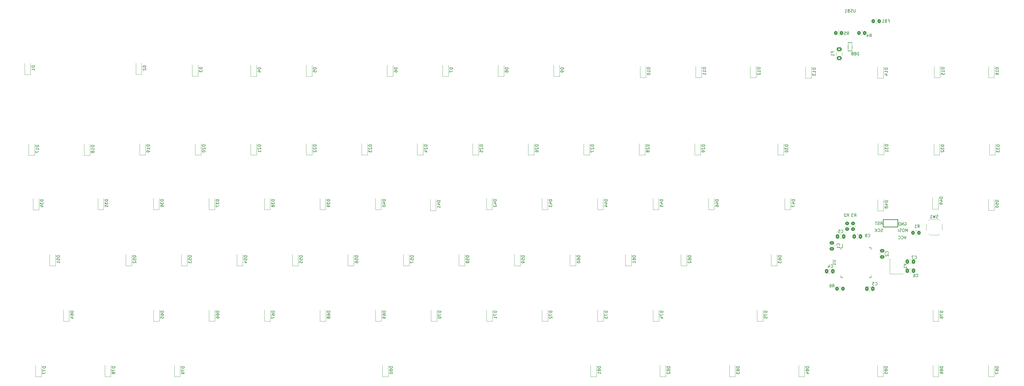
<source format=gbo>
G04 #@! TF.GenerationSoftware,KiCad,Pcbnew,(6.0.10)*
G04 #@! TF.CreationDate,2023-01-05T13:22:35-05:00*
G04 #@! TF.ProjectId,2ndKeyboard,326e644b-6579-4626-9f61-72642e6b6963,rev?*
G04 #@! TF.SameCoordinates,Original*
G04 #@! TF.FileFunction,Legend,Bot*
G04 #@! TF.FilePolarity,Positive*
%FSLAX46Y46*%
G04 Gerber Fmt 4.6, Leading zero omitted, Abs format (unit mm)*
G04 Created by KiCad (PCBNEW (6.0.10)) date 2023-01-05 13:22:35*
%MOMM*%
%LPD*%
G01*
G04 APERTURE LIST*
G04 Aperture macros list*
%AMRoundRect*
0 Rectangle with rounded corners*
0 $1 Rounding radius*
0 $2 $3 $4 $5 $6 $7 $8 $9 X,Y pos of 4 corners*
0 Add a 4 corners polygon primitive as box body*
4,1,4,$2,$3,$4,$5,$6,$7,$8,$9,$2,$3,0*
0 Add four circle primitives for the rounded corners*
1,1,$1+$1,$2,$3*
1,1,$1+$1,$4,$5*
1,1,$1+$1,$6,$7*
1,1,$1+$1,$8,$9*
0 Add four rect primitives between the rounded corners*
20,1,$1+$1,$2,$3,$4,$5,0*
20,1,$1+$1,$4,$5,$6,$7,0*
20,1,$1+$1,$6,$7,$8,$9,0*
20,1,$1+$1,$8,$9,$2,$3,0*%
G04 Aperture macros list end*
%ADD10C,0.150000*%
%ADD11C,0.120000*%
%ADD12C,0.250000*%
%ADD13C,1.700000*%
%ADD14C,4.000000*%
%ADD15C,2.200000*%
%ADD16C,3.050000*%
%ADD17R,1.200000X0.900000*%
%ADD18RoundRect,0.250000X0.337500X0.475000X-0.337500X0.475000X-0.337500X-0.475000X0.337500X-0.475000X0*%
%ADD19R,1.800000X1.100000*%
%ADD20RoundRect,0.250000X-0.325000X-0.450000X0.325000X-0.450000X0.325000X0.450000X-0.325000X0.450000X0*%
%ADD21R,1.800000X2.100000*%
%ADD22RoundRect,0.250000X-0.350000X-0.450000X0.350000X-0.450000X0.350000X0.450000X-0.350000X0.450000X0*%
%ADD23RoundRect,0.250000X0.350000X0.450000X-0.350000X0.450000X-0.350000X-0.450000X0.350000X-0.450000X0*%
%ADD24RoundRect,0.250001X-0.624999X0.462499X-0.624999X-0.462499X0.624999X-0.462499X0.624999X0.462499X0*%
%ADD25RoundRect,0.250000X0.475000X-0.337500X0.475000X0.337500X-0.475000X0.337500X-0.475000X-0.337500X0*%
%ADD26R,0.700000X1.000000*%
%ADD27R,0.700000X0.600000*%
%ADD28R,1.700000X1.700000*%
%ADD29C,0.650000*%
%ADD30R,0.600000X2.450000*%
%ADD31R,0.300000X2.450000*%
%ADD32R,0.550000X1.500000*%
%ADD33R,1.500000X0.550000*%
%ADD34RoundRect,0.250000X-0.450000X0.350000X-0.450000X-0.350000X0.450000X-0.350000X0.450000X0.350000X0*%
%ADD35RoundRect,0.250000X-0.337500X-0.475000X0.337500X-0.475000X0.337500X0.475000X-0.337500X0.475000X0*%
G04 APERTURE END LIST*
D10*
X79554880Y-85384464D02*
X78554880Y-85384464D01*
X78554880Y-85622559D01*
X78602500Y-85765416D01*
X78697738Y-85860654D01*
X78792976Y-85908273D01*
X78983452Y-85955892D01*
X79126309Y-85955892D01*
X79316785Y-85908273D01*
X79412023Y-85860654D01*
X79507261Y-85765416D01*
X79554880Y-85622559D01*
X79554880Y-85384464D01*
X78554880Y-86289226D02*
X78554880Y-86908273D01*
X78935833Y-86574940D01*
X78935833Y-86717797D01*
X78983452Y-86813035D01*
X79031071Y-86860654D01*
X79126309Y-86908273D01*
X79364404Y-86908273D01*
X79459642Y-86860654D01*
X79507261Y-86813035D01*
X79554880Y-86717797D01*
X79554880Y-86432083D01*
X79507261Y-86336845D01*
X79459642Y-86289226D01*
X78554880Y-87813035D02*
X78554880Y-87336845D01*
X79031071Y-87289226D01*
X78983452Y-87336845D01*
X78935833Y-87432083D01*
X78935833Y-87670178D01*
X78983452Y-87765416D01*
X79031071Y-87813035D01*
X79126309Y-87860654D01*
X79364404Y-87860654D01*
X79459642Y-87813035D01*
X79507261Y-87765416D01*
X79554880Y-87670178D01*
X79554880Y-87432083D01*
X79507261Y-87336845D01*
X79459642Y-87289226D01*
X208192380Y-66571964D02*
X207192380Y-66571964D01*
X207192380Y-66810059D01*
X207240000Y-66952916D01*
X207335238Y-67048154D01*
X207430476Y-67095773D01*
X207620952Y-67143392D01*
X207763809Y-67143392D01*
X207954285Y-67095773D01*
X208049523Y-67048154D01*
X208144761Y-66952916D01*
X208192380Y-66810059D01*
X208192380Y-66571964D01*
X207287619Y-67524345D02*
X207240000Y-67571964D01*
X207192380Y-67667202D01*
X207192380Y-67905297D01*
X207240000Y-68000535D01*
X207287619Y-68048154D01*
X207382857Y-68095773D01*
X207478095Y-68095773D01*
X207620952Y-68048154D01*
X208192380Y-67476726D01*
X208192380Y-68095773D01*
X207192380Y-69000535D02*
X207192380Y-68524345D01*
X207668571Y-68476726D01*
X207620952Y-68524345D01*
X207573333Y-68619583D01*
X207573333Y-68857678D01*
X207620952Y-68952916D01*
X207668571Y-69000535D01*
X207763809Y-69048154D01*
X208001904Y-69048154D01*
X208097142Y-69000535D01*
X208144761Y-68952916D01*
X208192380Y-68857678D01*
X208192380Y-68619583D01*
X208144761Y-68524345D01*
X208097142Y-68476726D01*
X193904880Y-123721964D02*
X192904880Y-123721964D01*
X192904880Y-123960059D01*
X192952500Y-124102916D01*
X193047738Y-124198154D01*
X193142976Y-124245773D01*
X193333452Y-124293392D01*
X193476309Y-124293392D01*
X193666785Y-124245773D01*
X193762023Y-124198154D01*
X193857261Y-124102916D01*
X193904880Y-123960059D01*
X193904880Y-123721964D01*
X192904880Y-124626726D02*
X192904880Y-125293392D01*
X193904880Y-124864821D01*
X192904880Y-125864821D02*
X192904880Y-125960059D01*
X192952500Y-126055297D01*
X193000119Y-126102916D01*
X193095357Y-126150535D01*
X193285833Y-126198154D01*
X193523928Y-126198154D01*
X193714404Y-126150535D01*
X193809642Y-126102916D01*
X193857261Y-126055297D01*
X193904880Y-125960059D01*
X193904880Y-125864821D01*
X193857261Y-125769583D01*
X193809642Y-125721964D01*
X193714404Y-125674345D01*
X193523928Y-125626726D01*
X193285833Y-125626726D01*
X193095357Y-125674345D01*
X193000119Y-125721964D01*
X192952500Y-125769583D01*
X192904880Y-125864821D01*
X320111130Y-142771964D02*
X319111130Y-142771964D01*
X319111130Y-143010059D01*
X319158750Y-143152916D01*
X319253988Y-143248154D01*
X319349226Y-143295773D01*
X319539702Y-143343392D01*
X319682559Y-143343392D01*
X319873035Y-143295773D01*
X319968273Y-143248154D01*
X320063511Y-143152916D01*
X320111130Y-143010059D01*
X320111130Y-142771964D01*
X319539702Y-143914821D02*
X319492083Y-143819583D01*
X319444464Y-143771964D01*
X319349226Y-143724345D01*
X319301607Y-143724345D01*
X319206369Y-143771964D01*
X319158750Y-143819583D01*
X319111130Y-143914821D01*
X319111130Y-144105297D01*
X319158750Y-144200535D01*
X319206369Y-144248154D01*
X319301607Y-144295773D01*
X319349226Y-144295773D01*
X319444464Y-144248154D01*
X319492083Y-144200535D01*
X319539702Y-144105297D01*
X319539702Y-143914821D01*
X319587321Y-143819583D01*
X319634940Y-143771964D01*
X319730178Y-143724345D01*
X319920654Y-143724345D01*
X320015892Y-143771964D01*
X320063511Y-143819583D01*
X320111130Y-143914821D01*
X320111130Y-144105297D01*
X320063511Y-144200535D01*
X320015892Y-144248154D01*
X319920654Y-144295773D01*
X319730178Y-144295773D01*
X319634940Y-144248154D01*
X319587321Y-144200535D01*
X319539702Y-144105297D01*
X319444464Y-145152916D02*
X320111130Y-145152916D01*
X319063511Y-144914821D02*
X319777797Y-144676726D01*
X319777797Y-145295773D01*
X289104880Y-85384464D02*
X288104880Y-85384464D01*
X288104880Y-85622559D01*
X288152500Y-85765416D01*
X288247738Y-85860654D01*
X288342976Y-85908273D01*
X288533452Y-85955892D01*
X288676309Y-85955892D01*
X288866785Y-85908273D01*
X288962023Y-85860654D01*
X289057261Y-85765416D01*
X289104880Y-85622559D01*
X289104880Y-85384464D01*
X288438214Y-86813035D02*
X289104880Y-86813035D01*
X288057261Y-86574940D02*
X288771547Y-86336845D01*
X288771547Y-86955892D01*
X288104880Y-87765416D02*
X288104880Y-87574940D01*
X288152500Y-87479702D01*
X288200119Y-87432083D01*
X288342976Y-87336845D01*
X288533452Y-87289226D01*
X288914404Y-87289226D01*
X289009642Y-87336845D01*
X289057261Y-87384464D01*
X289104880Y-87479702D01*
X289104880Y-87670178D01*
X289057261Y-87765416D01*
X289009642Y-87813035D01*
X288914404Y-87860654D01*
X288676309Y-87860654D01*
X288581071Y-87813035D01*
X288533452Y-87765416D01*
X288485833Y-87670178D01*
X288485833Y-87479702D01*
X288533452Y-87384464D01*
X288581071Y-87336845D01*
X288676309Y-87289226D01*
X235973630Y-40060654D02*
X234973630Y-40060654D01*
X234973630Y-40298750D01*
X235021250Y-40441607D01*
X235116488Y-40536845D01*
X235211726Y-40584464D01*
X235402202Y-40632083D01*
X235545059Y-40632083D01*
X235735535Y-40584464D01*
X235830773Y-40536845D01*
X235926011Y-40441607D01*
X235973630Y-40298750D01*
X235973630Y-40060654D01*
X235973630Y-41108273D02*
X235973630Y-41298750D01*
X235926011Y-41393988D01*
X235878392Y-41441607D01*
X235735535Y-41536845D01*
X235545059Y-41584464D01*
X235164107Y-41584464D01*
X235068869Y-41536845D01*
X235021250Y-41489226D01*
X234973630Y-41393988D01*
X234973630Y-41203511D01*
X235021250Y-41108273D01*
X235068869Y-41060654D01*
X235164107Y-41013035D01*
X235402202Y-41013035D01*
X235497440Y-41060654D01*
X235545059Y-41108273D01*
X235592678Y-41203511D01*
X235592678Y-41393988D01*
X235545059Y-41489226D01*
X235497440Y-41536845D01*
X235402202Y-41584464D01*
X327706666Y-108707142D02*
X327754285Y-108754761D01*
X327897142Y-108802380D01*
X327992380Y-108802380D01*
X328135238Y-108754761D01*
X328230476Y-108659523D01*
X328278095Y-108564285D01*
X328325714Y-108373809D01*
X328325714Y-108230952D01*
X328278095Y-108040476D01*
X328230476Y-107945238D01*
X328135238Y-107850000D01*
X327992380Y-107802380D01*
X327897142Y-107802380D01*
X327754285Y-107850000D01*
X327706666Y-107897619D01*
X326849523Y-108135714D02*
X326849523Y-108802380D01*
X327087619Y-107754761D02*
X327325714Y-108469047D01*
X326706666Y-108469047D01*
X364463333Y-91644761D02*
X364320476Y-91692380D01*
X364082380Y-91692380D01*
X363987142Y-91644761D01*
X363939523Y-91597142D01*
X363891904Y-91501904D01*
X363891904Y-91406666D01*
X363939523Y-91311428D01*
X363987142Y-91263809D01*
X364082380Y-91216190D01*
X364272857Y-91168571D01*
X364368095Y-91120952D01*
X364415714Y-91073333D01*
X364463333Y-90978095D01*
X364463333Y-90882857D01*
X364415714Y-90787619D01*
X364368095Y-90740000D01*
X364272857Y-90692380D01*
X364034761Y-90692380D01*
X363891904Y-90740000D01*
X363558571Y-90692380D02*
X363320476Y-91692380D01*
X363130000Y-90978095D01*
X362939523Y-91692380D01*
X362701428Y-90692380D01*
X361796666Y-91692380D02*
X362368095Y-91692380D01*
X362082380Y-91692380D02*
X362082380Y-90692380D01*
X362177619Y-90835238D01*
X362272857Y-90930476D01*
X362368095Y-90978095D01*
X385198630Y-39984464D02*
X384198630Y-39984464D01*
X384198630Y-40222559D01*
X384246250Y-40365416D01*
X384341488Y-40460654D01*
X384436726Y-40508273D01*
X384627202Y-40555892D01*
X384770059Y-40555892D01*
X384960535Y-40508273D01*
X385055773Y-40460654D01*
X385151011Y-40365416D01*
X385198630Y-40222559D01*
X385198630Y-39984464D01*
X385198630Y-41508273D02*
X385198630Y-40936845D01*
X385198630Y-41222559D02*
X384198630Y-41222559D01*
X384341488Y-41127321D01*
X384436726Y-41032083D01*
X384484345Y-40936845D01*
X384198630Y-42365416D02*
X384198630Y-42174940D01*
X384246250Y-42079702D01*
X384293869Y-42032083D01*
X384436726Y-41936845D01*
X384627202Y-41889226D01*
X385008154Y-41889226D01*
X385103392Y-41936845D01*
X385151011Y-41984464D01*
X385198630Y-42079702D01*
X385198630Y-42270178D01*
X385151011Y-42365416D01*
X385103392Y-42413035D01*
X385008154Y-42460654D01*
X384770059Y-42460654D01*
X384674821Y-42413035D01*
X384627202Y-42365416D01*
X384579583Y-42270178D01*
X384579583Y-42079702D01*
X384627202Y-41984464D01*
X384674821Y-41936845D01*
X384770059Y-41889226D01*
X231954880Y-85384464D02*
X230954880Y-85384464D01*
X230954880Y-85622559D01*
X231002500Y-85765416D01*
X231097738Y-85860654D01*
X231192976Y-85908273D01*
X231383452Y-85955892D01*
X231526309Y-85955892D01*
X231716785Y-85908273D01*
X231812023Y-85860654D01*
X231907261Y-85765416D01*
X231954880Y-85622559D01*
X231954880Y-85384464D01*
X231288214Y-86813035D02*
X231954880Y-86813035D01*
X230907261Y-86574940D02*
X231621547Y-86336845D01*
X231621547Y-86955892D01*
X230954880Y-87241607D02*
X230954880Y-87860654D01*
X231335833Y-87527321D01*
X231335833Y-87670178D01*
X231383452Y-87765416D01*
X231431071Y-87813035D01*
X231526309Y-87860654D01*
X231764404Y-87860654D01*
X231859642Y-87813035D01*
X231907261Y-87765416D01*
X231954880Y-87670178D01*
X231954880Y-87384464D01*
X231907261Y-87289226D01*
X231859642Y-87241607D01*
X203492380Y-104671964D02*
X202492380Y-104671964D01*
X202492380Y-104910059D01*
X202540000Y-105052916D01*
X202635238Y-105148154D01*
X202730476Y-105195773D01*
X202920952Y-105243392D01*
X203063809Y-105243392D01*
X203254285Y-105195773D01*
X203349523Y-105148154D01*
X203444761Y-105052916D01*
X203492380Y-104910059D01*
X203492380Y-104671964D01*
X202492380Y-106148154D02*
X202492380Y-105671964D01*
X202968571Y-105624345D01*
X202920952Y-105671964D01*
X202873333Y-105767202D01*
X202873333Y-106005297D01*
X202920952Y-106100535D01*
X202968571Y-106148154D01*
X203063809Y-106195773D01*
X203301904Y-106195773D01*
X203397142Y-106148154D01*
X203444761Y-106100535D01*
X203492380Y-106005297D01*
X203492380Y-105767202D01*
X203444761Y-105671964D01*
X203397142Y-105624345D01*
X202920952Y-106767202D02*
X202873333Y-106671964D01*
X202825714Y-106624345D01*
X202730476Y-106576726D01*
X202682857Y-106576726D01*
X202587619Y-106624345D01*
X202540000Y-106671964D01*
X202492380Y-106767202D01*
X202492380Y-106957678D01*
X202540000Y-107052916D01*
X202587619Y-107100535D01*
X202682857Y-107148154D01*
X202730476Y-107148154D01*
X202825714Y-107100535D01*
X202873333Y-107052916D01*
X202920952Y-106957678D01*
X202920952Y-106767202D01*
X202968571Y-106671964D01*
X203016190Y-106624345D01*
X203111428Y-106576726D01*
X203301904Y-106576726D01*
X203397142Y-106624345D01*
X203444761Y-106671964D01*
X203492380Y-106767202D01*
X203492380Y-106957678D01*
X203444761Y-107052916D01*
X203397142Y-107100535D01*
X203301904Y-107148154D01*
X203111428Y-107148154D01*
X203016190Y-107100535D01*
X202968571Y-107052916D01*
X202920952Y-106957678D01*
X251054880Y-123721964D02*
X250054880Y-123721964D01*
X250054880Y-123960059D01*
X250102500Y-124102916D01*
X250197738Y-124198154D01*
X250292976Y-124245773D01*
X250483452Y-124293392D01*
X250626309Y-124293392D01*
X250816785Y-124245773D01*
X250912023Y-124198154D01*
X251007261Y-124102916D01*
X251054880Y-123960059D01*
X251054880Y-123721964D01*
X250054880Y-124626726D02*
X250054880Y-125293392D01*
X251054880Y-124864821D01*
X250054880Y-125579107D02*
X250054880Y-126198154D01*
X250435833Y-125864821D01*
X250435833Y-126007678D01*
X250483452Y-126102916D01*
X250531071Y-126150535D01*
X250626309Y-126198154D01*
X250864404Y-126198154D01*
X250959642Y-126150535D01*
X251007261Y-126102916D01*
X251054880Y-126007678D01*
X251054880Y-125721964D01*
X251007261Y-125626726D01*
X250959642Y-125579107D01*
X108242380Y-104671964D02*
X107242380Y-104671964D01*
X107242380Y-104910059D01*
X107290000Y-105052916D01*
X107385238Y-105148154D01*
X107480476Y-105195773D01*
X107670952Y-105243392D01*
X107813809Y-105243392D01*
X108004285Y-105195773D01*
X108099523Y-105148154D01*
X108194761Y-105052916D01*
X108242380Y-104910059D01*
X108242380Y-104671964D01*
X107242380Y-106148154D02*
X107242380Y-105671964D01*
X107718571Y-105624345D01*
X107670952Y-105671964D01*
X107623333Y-105767202D01*
X107623333Y-106005297D01*
X107670952Y-106100535D01*
X107718571Y-106148154D01*
X107813809Y-106195773D01*
X108051904Y-106195773D01*
X108147142Y-106148154D01*
X108194761Y-106100535D01*
X108242380Y-106005297D01*
X108242380Y-105767202D01*
X108194761Y-105671964D01*
X108147142Y-105624345D01*
X107242380Y-106529107D02*
X107242380Y-107148154D01*
X107623333Y-106814821D01*
X107623333Y-106957678D01*
X107670952Y-107052916D01*
X107718571Y-107100535D01*
X107813809Y-107148154D01*
X108051904Y-107148154D01*
X108147142Y-107100535D01*
X108194761Y-107052916D01*
X108242380Y-106957678D01*
X108242380Y-106671964D01*
X108194761Y-106576726D01*
X108147142Y-106529107D01*
X366148630Y-123721964D02*
X365148630Y-123721964D01*
X365148630Y-123960059D01*
X365196250Y-124102916D01*
X365291488Y-124198154D01*
X365386726Y-124245773D01*
X365577202Y-124293392D01*
X365720059Y-124293392D01*
X365910535Y-124245773D01*
X366005773Y-124198154D01*
X366101011Y-124102916D01*
X366148630Y-123960059D01*
X366148630Y-123721964D01*
X365148630Y-124626726D02*
X365148630Y-125293392D01*
X366148630Y-124864821D01*
X365148630Y-126102916D02*
X365148630Y-125912440D01*
X365196250Y-125817202D01*
X365243869Y-125769583D01*
X365386726Y-125674345D01*
X365577202Y-125626726D01*
X365958154Y-125626726D01*
X366053392Y-125674345D01*
X366101011Y-125721964D01*
X366148630Y-125817202D01*
X366148630Y-126007678D01*
X366101011Y-126102916D01*
X366053392Y-126150535D01*
X365958154Y-126198154D01*
X365720059Y-126198154D01*
X365624821Y-126150535D01*
X365577202Y-126102916D01*
X365529583Y-126007678D01*
X365529583Y-125817202D01*
X365577202Y-125721964D01*
X365624821Y-125674345D01*
X365720059Y-125626726D01*
X81986130Y-142771964D02*
X80986130Y-142771964D01*
X80986130Y-143010059D01*
X81033750Y-143152916D01*
X81128988Y-143248154D01*
X81224226Y-143295773D01*
X81414702Y-143343392D01*
X81557559Y-143343392D01*
X81748035Y-143295773D01*
X81843273Y-143248154D01*
X81938511Y-143152916D01*
X81986130Y-143010059D01*
X81986130Y-142771964D01*
X80986130Y-143676726D02*
X80986130Y-144343392D01*
X81986130Y-143914821D01*
X81414702Y-144867202D02*
X81367083Y-144771964D01*
X81319464Y-144724345D01*
X81224226Y-144676726D01*
X81176607Y-144676726D01*
X81081369Y-144724345D01*
X81033750Y-144771964D01*
X80986130Y-144867202D01*
X80986130Y-145057678D01*
X81033750Y-145152916D01*
X81081369Y-145200535D01*
X81176607Y-145248154D01*
X81224226Y-145248154D01*
X81319464Y-145200535D01*
X81367083Y-145152916D01*
X81414702Y-145057678D01*
X81414702Y-144867202D01*
X81462321Y-144771964D01*
X81509940Y-144724345D01*
X81605178Y-144676726D01*
X81795654Y-144676726D01*
X81890892Y-144724345D01*
X81938511Y-144771964D01*
X81986130Y-144867202D01*
X81986130Y-145057678D01*
X81938511Y-145152916D01*
X81890892Y-145200535D01*
X81795654Y-145248154D01*
X81605178Y-145248154D01*
X81509940Y-145200535D01*
X81462321Y-145152916D01*
X81414702Y-145057678D01*
X222542380Y-104671964D02*
X221542380Y-104671964D01*
X221542380Y-104910059D01*
X221590000Y-105052916D01*
X221685238Y-105148154D01*
X221780476Y-105195773D01*
X221970952Y-105243392D01*
X222113809Y-105243392D01*
X222304285Y-105195773D01*
X222399523Y-105148154D01*
X222494761Y-105052916D01*
X222542380Y-104910059D01*
X222542380Y-104671964D01*
X221542380Y-106148154D02*
X221542380Y-105671964D01*
X222018571Y-105624345D01*
X221970952Y-105671964D01*
X221923333Y-105767202D01*
X221923333Y-106005297D01*
X221970952Y-106100535D01*
X222018571Y-106148154D01*
X222113809Y-106195773D01*
X222351904Y-106195773D01*
X222447142Y-106148154D01*
X222494761Y-106100535D01*
X222542380Y-106005297D01*
X222542380Y-105767202D01*
X222494761Y-105671964D01*
X222447142Y-105624345D01*
X222542380Y-106671964D02*
X222542380Y-106862440D01*
X222494761Y-106957678D01*
X222447142Y-107005297D01*
X222304285Y-107100535D01*
X222113809Y-107148154D01*
X221732857Y-107148154D01*
X221637619Y-107100535D01*
X221590000Y-107052916D01*
X221542380Y-106957678D01*
X221542380Y-106767202D01*
X221590000Y-106671964D01*
X221637619Y-106624345D01*
X221732857Y-106576726D01*
X221970952Y-106576726D01*
X222066190Y-106624345D01*
X222113809Y-106671964D01*
X222161428Y-106767202D01*
X222161428Y-106957678D01*
X222113809Y-107052916D01*
X222066190Y-107100535D01*
X221970952Y-107148154D01*
X305823630Y-123721964D02*
X304823630Y-123721964D01*
X304823630Y-123960059D01*
X304871250Y-124102916D01*
X304966488Y-124198154D01*
X305061726Y-124245773D01*
X305252202Y-124293392D01*
X305395059Y-124293392D01*
X305585535Y-124245773D01*
X305680773Y-124198154D01*
X305776011Y-124102916D01*
X305823630Y-123960059D01*
X305823630Y-123721964D01*
X304823630Y-124626726D02*
X304823630Y-125293392D01*
X305823630Y-124864821D01*
X304823630Y-126150535D02*
X304823630Y-125674345D01*
X305299821Y-125626726D01*
X305252202Y-125674345D01*
X305204583Y-125769583D01*
X305204583Y-126007678D01*
X305252202Y-126102916D01*
X305299821Y-126150535D01*
X305395059Y-126198154D01*
X305633154Y-126198154D01*
X305728392Y-126150535D01*
X305776011Y-126102916D01*
X305823630Y-126007678D01*
X305823630Y-125769583D01*
X305776011Y-125674345D01*
X305728392Y-125626726D01*
X347373333Y-23958571D02*
X347706666Y-23958571D01*
X347706666Y-24482380D02*
X347706666Y-23482380D01*
X347230476Y-23482380D01*
X346516190Y-23958571D02*
X346373333Y-24006190D01*
X346325714Y-24053809D01*
X346278095Y-24149047D01*
X346278095Y-24291904D01*
X346325714Y-24387142D01*
X346373333Y-24434761D01*
X346468571Y-24482380D01*
X346849523Y-24482380D01*
X346849523Y-23482380D01*
X346516190Y-23482380D01*
X346420952Y-23530000D01*
X346373333Y-23577619D01*
X346325714Y-23672857D01*
X346325714Y-23768095D01*
X346373333Y-23863333D01*
X346420952Y-23910952D01*
X346516190Y-23958571D01*
X346849523Y-23958571D01*
X345325714Y-24482380D02*
X345897142Y-24482380D01*
X345611428Y-24482380D02*
X345611428Y-23482380D01*
X345706666Y-23625238D01*
X345801904Y-23720476D01*
X345897142Y-23768095D01*
X57323630Y-85421964D02*
X56323630Y-85421964D01*
X56323630Y-85660059D01*
X56371250Y-85802916D01*
X56466488Y-85898154D01*
X56561726Y-85945773D01*
X56752202Y-85993392D01*
X56895059Y-85993392D01*
X57085535Y-85945773D01*
X57180773Y-85898154D01*
X57276011Y-85802916D01*
X57323630Y-85660059D01*
X57323630Y-85421964D01*
X56323630Y-86326726D02*
X56323630Y-86945773D01*
X56704583Y-86612440D01*
X56704583Y-86755297D01*
X56752202Y-86850535D01*
X56799821Y-86898154D01*
X56895059Y-86945773D01*
X57133154Y-86945773D01*
X57228392Y-86898154D01*
X57276011Y-86850535D01*
X57323630Y-86755297D01*
X57323630Y-86469583D01*
X57276011Y-86374345D01*
X57228392Y-86326726D01*
X56656964Y-87802916D02*
X57323630Y-87802916D01*
X56276011Y-87564821D02*
X56990297Y-87326726D01*
X56990297Y-87945773D01*
X112942380Y-66571964D02*
X111942380Y-66571964D01*
X111942380Y-66810059D01*
X111990000Y-66952916D01*
X112085238Y-67048154D01*
X112180476Y-67095773D01*
X112370952Y-67143392D01*
X112513809Y-67143392D01*
X112704285Y-67095773D01*
X112799523Y-67048154D01*
X112894761Y-66952916D01*
X112942380Y-66810059D01*
X112942380Y-66571964D01*
X112037619Y-67524345D02*
X111990000Y-67571964D01*
X111942380Y-67667202D01*
X111942380Y-67905297D01*
X111990000Y-68000535D01*
X112037619Y-68048154D01*
X112132857Y-68095773D01*
X112228095Y-68095773D01*
X112370952Y-68048154D01*
X112942380Y-67476726D01*
X112942380Y-68095773D01*
X111942380Y-68714821D02*
X111942380Y-68810059D01*
X111990000Y-68905297D01*
X112037619Y-68952916D01*
X112132857Y-69000535D01*
X112323333Y-69048154D01*
X112561428Y-69048154D01*
X112751904Y-69000535D01*
X112847142Y-68952916D01*
X112894761Y-68905297D01*
X112942380Y-68810059D01*
X112942380Y-68714821D01*
X112894761Y-68619583D01*
X112847142Y-68571964D01*
X112751904Y-68524345D01*
X112561428Y-68476726D01*
X112323333Y-68476726D01*
X112132857Y-68524345D01*
X112037619Y-68571964D01*
X111990000Y-68619583D01*
X111942380Y-68714821D01*
X366029880Y-84528214D02*
X365029880Y-84528214D01*
X365029880Y-84766309D01*
X365077500Y-84909166D01*
X365172738Y-85004404D01*
X365267976Y-85052023D01*
X365458452Y-85099642D01*
X365601309Y-85099642D01*
X365791785Y-85052023D01*
X365887023Y-85004404D01*
X365982261Y-84909166D01*
X366029880Y-84766309D01*
X366029880Y-84528214D01*
X365363214Y-85956785D02*
X366029880Y-85956785D01*
X364982261Y-85718690D02*
X365696547Y-85480595D01*
X365696547Y-86099642D01*
X366029880Y-86528214D02*
X366029880Y-86718690D01*
X365982261Y-86813928D01*
X365934642Y-86861547D01*
X365791785Y-86956785D01*
X365601309Y-87004404D01*
X365220357Y-87004404D01*
X365125119Y-86956785D01*
X365077500Y-86909166D01*
X365029880Y-86813928D01*
X365029880Y-86623452D01*
X365077500Y-86528214D01*
X365125119Y-86480595D01*
X365220357Y-86432976D01*
X365458452Y-86432976D01*
X365553690Y-86480595D01*
X365601309Y-86528214D01*
X365648928Y-86623452D01*
X365648928Y-86813928D01*
X365601309Y-86909166D01*
X365553690Y-86956785D01*
X365458452Y-87004404D01*
X189142380Y-66571964D02*
X188142380Y-66571964D01*
X188142380Y-66810059D01*
X188190000Y-66952916D01*
X188285238Y-67048154D01*
X188380476Y-67095773D01*
X188570952Y-67143392D01*
X188713809Y-67143392D01*
X188904285Y-67095773D01*
X188999523Y-67048154D01*
X189094761Y-66952916D01*
X189142380Y-66810059D01*
X189142380Y-66571964D01*
X188237619Y-67524345D02*
X188190000Y-67571964D01*
X188142380Y-67667202D01*
X188142380Y-67905297D01*
X188190000Y-68000535D01*
X188237619Y-68048154D01*
X188332857Y-68095773D01*
X188428095Y-68095773D01*
X188570952Y-68048154D01*
X189142380Y-67476726D01*
X189142380Y-68095773D01*
X188475714Y-68952916D02*
X189142380Y-68952916D01*
X188094761Y-68714821D02*
X188809047Y-68476726D01*
X188809047Y-69095773D01*
X353228690Y-107791309D02*
X353704880Y-107791309D01*
X352704880Y-107457976D02*
X353228690Y-107791309D01*
X352704880Y-108124642D01*
X353704880Y-108981785D02*
X353704880Y-108410357D01*
X353704880Y-108696071D02*
X352704880Y-108696071D01*
X352847738Y-108600833D01*
X352942976Y-108505595D01*
X352990595Y-108410357D01*
X136754880Y-123721964D02*
X135754880Y-123721964D01*
X135754880Y-123960059D01*
X135802500Y-124102916D01*
X135897738Y-124198154D01*
X135992976Y-124245773D01*
X136183452Y-124293392D01*
X136326309Y-124293392D01*
X136516785Y-124245773D01*
X136612023Y-124198154D01*
X136707261Y-124102916D01*
X136754880Y-123960059D01*
X136754880Y-123721964D01*
X135754880Y-125150535D02*
X135754880Y-124960059D01*
X135802500Y-124864821D01*
X135850119Y-124817202D01*
X135992976Y-124721964D01*
X136183452Y-124674345D01*
X136564404Y-124674345D01*
X136659642Y-124721964D01*
X136707261Y-124769583D01*
X136754880Y-124864821D01*
X136754880Y-125055297D01*
X136707261Y-125150535D01*
X136659642Y-125198154D01*
X136564404Y-125245773D01*
X136326309Y-125245773D01*
X136231071Y-125198154D01*
X136183452Y-125150535D01*
X136135833Y-125055297D01*
X136135833Y-124864821D01*
X136183452Y-124769583D01*
X136231071Y-124721964D01*
X136326309Y-124674345D01*
X135754880Y-125579107D02*
X135754880Y-126245773D01*
X136754880Y-125817202D01*
X356956666Y-111887142D02*
X357004285Y-111934761D01*
X357147142Y-111982380D01*
X357242380Y-111982380D01*
X357385238Y-111934761D01*
X357480476Y-111839523D01*
X357528095Y-111744285D01*
X357575714Y-111553809D01*
X357575714Y-111410952D01*
X357528095Y-111220476D01*
X357480476Y-111125238D01*
X357385238Y-111030000D01*
X357242380Y-110982380D01*
X357147142Y-110982380D01*
X357004285Y-111030000D01*
X356956666Y-111077619D01*
X356099523Y-110982380D02*
X356290000Y-110982380D01*
X356385238Y-111030000D01*
X356432857Y-111077619D01*
X356528095Y-111220476D01*
X356575714Y-111410952D01*
X356575714Y-111791904D01*
X356528095Y-111887142D01*
X356480476Y-111934761D01*
X356385238Y-111982380D01*
X356194761Y-111982380D01*
X356099523Y-111934761D01*
X356051904Y-111887142D01*
X356004285Y-111791904D01*
X356004285Y-111553809D01*
X356051904Y-111458571D01*
X356099523Y-111410952D01*
X356194761Y-111363333D01*
X356385238Y-111363333D01*
X356480476Y-111410952D01*
X356528095Y-111458571D01*
X356575714Y-111553809D01*
X260642380Y-104671964D02*
X259642380Y-104671964D01*
X259642380Y-104910059D01*
X259690000Y-105052916D01*
X259785238Y-105148154D01*
X259880476Y-105195773D01*
X260070952Y-105243392D01*
X260213809Y-105243392D01*
X260404285Y-105195773D01*
X260499523Y-105148154D01*
X260594761Y-105052916D01*
X260642380Y-104910059D01*
X260642380Y-104671964D01*
X259642380Y-106100535D02*
X259642380Y-105910059D01*
X259690000Y-105814821D01*
X259737619Y-105767202D01*
X259880476Y-105671964D01*
X260070952Y-105624345D01*
X260451904Y-105624345D01*
X260547142Y-105671964D01*
X260594761Y-105719583D01*
X260642380Y-105814821D01*
X260642380Y-106005297D01*
X260594761Y-106100535D01*
X260547142Y-106148154D01*
X260451904Y-106195773D01*
X260213809Y-106195773D01*
X260118571Y-106148154D01*
X260070952Y-106100535D01*
X260023333Y-106005297D01*
X260023333Y-105814821D01*
X260070952Y-105719583D01*
X260118571Y-105671964D01*
X260213809Y-105624345D01*
X260642380Y-107148154D02*
X260642380Y-106576726D01*
X260642380Y-106862440D02*
X259642380Y-106862440D01*
X259785238Y-106767202D01*
X259880476Y-106671964D01*
X259928095Y-106576726D01*
X328206666Y-115482380D02*
X328540000Y-115006190D01*
X328778095Y-115482380D02*
X328778095Y-114482380D01*
X328397142Y-114482380D01*
X328301904Y-114530000D01*
X328254285Y-114577619D01*
X328206666Y-114672857D01*
X328206666Y-114815714D01*
X328254285Y-114910952D01*
X328301904Y-114958571D01*
X328397142Y-115006190D01*
X328778095Y-115006190D01*
X327349523Y-114482380D02*
X327540000Y-114482380D01*
X327635238Y-114530000D01*
X327682857Y-114577619D01*
X327778095Y-114720476D01*
X327825714Y-114910952D01*
X327825714Y-115291904D01*
X327778095Y-115387142D01*
X327730476Y-115434761D01*
X327635238Y-115482380D01*
X327444761Y-115482380D01*
X327349523Y-115434761D01*
X327301904Y-115387142D01*
X327254285Y-115291904D01*
X327254285Y-115053809D01*
X327301904Y-114958571D01*
X327349523Y-114910952D01*
X327444761Y-114863333D01*
X327635238Y-114863333D01*
X327730476Y-114910952D01*
X327778095Y-114958571D01*
X327825714Y-115053809D01*
X347198630Y-85821964D02*
X346198630Y-85821964D01*
X346198630Y-86060059D01*
X346246250Y-86202916D01*
X346341488Y-86298154D01*
X346436726Y-86345773D01*
X346627202Y-86393392D01*
X346770059Y-86393392D01*
X346960535Y-86345773D01*
X347055773Y-86298154D01*
X347151011Y-86202916D01*
X347198630Y-86060059D01*
X347198630Y-85821964D01*
X346531964Y-87250535D02*
X347198630Y-87250535D01*
X346151011Y-87012440D02*
X346865297Y-86774345D01*
X346865297Y-87393392D01*
X346627202Y-87917202D02*
X346579583Y-87821964D01*
X346531964Y-87774345D01*
X346436726Y-87726726D01*
X346389107Y-87726726D01*
X346293869Y-87774345D01*
X346246250Y-87821964D01*
X346198630Y-87917202D01*
X346198630Y-88107678D01*
X346246250Y-88202916D01*
X346293869Y-88250535D01*
X346389107Y-88298154D01*
X346436726Y-88298154D01*
X346531964Y-88250535D01*
X346579583Y-88202916D01*
X346627202Y-88107678D01*
X346627202Y-87917202D01*
X346674821Y-87821964D01*
X346722440Y-87774345D01*
X346817678Y-87726726D01*
X347008154Y-87726726D01*
X347103392Y-87774345D01*
X347151011Y-87821964D01*
X347198630Y-87917202D01*
X347198630Y-88107678D01*
X347151011Y-88202916D01*
X347103392Y-88250535D01*
X347008154Y-88298154D01*
X346817678Y-88298154D01*
X346722440Y-88250535D01*
X346674821Y-88202916D01*
X346627202Y-88107678D01*
X241592380Y-104671964D02*
X240592380Y-104671964D01*
X240592380Y-104910059D01*
X240640000Y-105052916D01*
X240735238Y-105148154D01*
X240830476Y-105195773D01*
X241020952Y-105243392D01*
X241163809Y-105243392D01*
X241354285Y-105195773D01*
X241449523Y-105148154D01*
X241544761Y-105052916D01*
X241592380Y-104910059D01*
X241592380Y-104671964D01*
X240592380Y-106100535D02*
X240592380Y-105910059D01*
X240640000Y-105814821D01*
X240687619Y-105767202D01*
X240830476Y-105671964D01*
X241020952Y-105624345D01*
X241401904Y-105624345D01*
X241497142Y-105671964D01*
X241544761Y-105719583D01*
X241592380Y-105814821D01*
X241592380Y-106005297D01*
X241544761Y-106100535D01*
X241497142Y-106148154D01*
X241401904Y-106195773D01*
X241163809Y-106195773D01*
X241068571Y-106148154D01*
X241020952Y-106100535D01*
X240973333Y-106005297D01*
X240973333Y-105814821D01*
X241020952Y-105719583D01*
X241068571Y-105671964D01*
X241163809Y-105624345D01*
X240592380Y-106814821D02*
X240592380Y-106910059D01*
X240640000Y-107005297D01*
X240687619Y-107052916D01*
X240782857Y-107100535D01*
X240973333Y-107148154D01*
X241211428Y-107148154D01*
X241401904Y-107100535D01*
X241497142Y-107052916D01*
X241544761Y-107005297D01*
X241592380Y-106910059D01*
X241592380Y-106814821D01*
X241544761Y-106719583D01*
X241497142Y-106671964D01*
X241401904Y-106624345D01*
X241211428Y-106576726D01*
X240973333Y-106576726D01*
X240782857Y-106624345D01*
X240687619Y-106671964D01*
X240640000Y-106719583D01*
X240592380Y-106814821D01*
X174854880Y-123721964D02*
X173854880Y-123721964D01*
X173854880Y-123960059D01*
X173902500Y-124102916D01*
X173997738Y-124198154D01*
X174092976Y-124245773D01*
X174283452Y-124293392D01*
X174426309Y-124293392D01*
X174616785Y-124245773D01*
X174712023Y-124198154D01*
X174807261Y-124102916D01*
X174854880Y-123960059D01*
X174854880Y-123721964D01*
X173854880Y-125150535D02*
X173854880Y-124960059D01*
X173902500Y-124864821D01*
X173950119Y-124817202D01*
X174092976Y-124721964D01*
X174283452Y-124674345D01*
X174664404Y-124674345D01*
X174759642Y-124721964D01*
X174807261Y-124769583D01*
X174854880Y-124864821D01*
X174854880Y-125055297D01*
X174807261Y-125150535D01*
X174759642Y-125198154D01*
X174664404Y-125245773D01*
X174426309Y-125245773D01*
X174331071Y-125198154D01*
X174283452Y-125150535D01*
X174235833Y-125055297D01*
X174235833Y-124864821D01*
X174283452Y-124769583D01*
X174331071Y-124721964D01*
X174426309Y-124674345D01*
X174854880Y-125721964D02*
X174854880Y-125912440D01*
X174807261Y-126007678D01*
X174759642Y-126055297D01*
X174616785Y-126150535D01*
X174426309Y-126198154D01*
X174045357Y-126198154D01*
X173950119Y-126150535D01*
X173902500Y-126102916D01*
X173854880Y-126007678D01*
X173854880Y-125817202D01*
X173902500Y-125721964D01*
X173950119Y-125674345D01*
X174045357Y-125626726D01*
X174283452Y-125626726D01*
X174378690Y-125674345D01*
X174426309Y-125721964D01*
X174473928Y-125817202D01*
X174473928Y-126007678D01*
X174426309Y-126102916D01*
X174378690Y-126150535D01*
X174283452Y-126198154D01*
X170092380Y-66571964D02*
X169092380Y-66571964D01*
X169092380Y-66810059D01*
X169140000Y-66952916D01*
X169235238Y-67048154D01*
X169330476Y-67095773D01*
X169520952Y-67143392D01*
X169663809Y-67143392D01*
X169854285Y-67095773D01*
X169949523Y-67048154D01*
X170044761Y-66952916D01*
X170092380Y-66810059D01*
X170092380Y-66571964D01*
X169187619Y-67524345D02*
X169140000Y-67571964D01*
X169092380Y-67667202D01*
X169092380Y-67905297D01*
X169140000Y-68000535D01*
X169187619Y-68048154D01*
X169282857Y-68095773D01*
X169378095Y-68095773D01*
X169520952Y-68048154D01*
X170092380Y-67476726D01*
X170092380Y-68095773D01*
X169092380Y-68429107D02*
X169092380Y-69048154D01*
X169473333Y-68714821D01*
X169473333Y-68857678D01*
X169520952Y-68952916D01*
X169568571Y-69000535D01*
X169663809Y-69048154D01*
X169901904Y-69048154D01*
X169997142Y-69000535D01*
X170044761Y-68952916D01*
X170092380Y-68857678D01*
X170092380Y-68571964D01*
X170044761Y-68476726D01*
X169997142Y-68429107D01*
X151042380Y-40060654D02*
X150042380Y-40060654D01*
X150042380Y-40298750D01*
X150090000Y-40441607D01*
X150185238Y-40536845D01*
X150280476Y-40584464D01*
X150470952Y-40632083D01*
X150613809Y-40632083D01*
X150804285Y-40584464D01*
X150899523Y-40536845D01*
X150994761Y-40441607D01*
X151042380Y-40298750D01*
X151042380Y-40060654D01*
X150042380Y-41536845D02*
X150042380Y-41060654D01*
X150518571Y-41013035D01*
X150470952Y-41060654D01*
X150423333Y-41155892D01*
X150423333Y-41393988D01*
X150470952Y-41489226D01*
X150518571Y-41536845D01*
X150613809Y-41584464D01*
X150851904Y-41584464D01*
X150947142Y-41536845D01*
X150994761Y-41489226D01*
X151042380Y-41393988D01*
X151042380Y-41155892D01*
X150994761Y-41060654D01*
X150947142Y-41013035D01*
X342956666Y-114707142D02*
X343004285Y-114754761D01*
X343147142Y-114802380D01*
X343242380Y-114802380D01*
X343385238Y-114754761D01*
X343480476Y-114659523D01*
X343528095Y-114564285D01*
X343575714Y-114373809D01*
X343575714Y-114230952D01*
X343528095Y-114040476D01*
X343480476Y-113945238D01*
X343385238Y-113850000D01*
X343242380Y-113802380D01*
X343147142Y-113802380D01*
X343004285Y-113850000D01*
X342956666Y-113897619D01*
X342623333Y-113802380D02*
X342004285Y-113802380D01*
X342337619Y-114183333D01*
X342194761Y-114183333D01*
X342099523Y-114230952D01*
X342051904Y-114278571D01*
X342004285Y-114373809D01*
X342004285Y-114611904D01*
X342051904Y-114707142D01*
X342099523Y-114754761D01*
X342194761Y-114802380D01*
X342480476Y-114802380D01*
X342575714Y-114754761D01*
X342623333Y-114707142D01*
X146342380Y-104671964D02*
X145342380Y-104671964D01*
X145342380Y-104910059D01*
X145390000Y-105052916D01*
X145485238Y-105148154D01*
X145580476Y-105195773D01*
X145770952Y-105243392D01*
X145913809Y-105243392D01*
X146104285Y-105195773D01*
X146199523Y-105148154D01*
X146294761Y-105052916D01*
X146342380Y-104910059D01*
X146342380Y-104671964D01*
X145342380Y-106148154D02*
X145342380Y-105671964D01*
X145818571Y-105624345D01*
X145770952Y-105671964D01*
X145723333Y-105767202D01*
X145723333Y-106005297D01*
X145770952Y-106100535D01*
X145818571Y-106148154D01*
X145913809Y-106195773D01*
X146151904Y-106195773D01*
X146247142Y-106148154D01*
X146294761Y-106100535D01*
X146342380Y-106005297D01*
X146342380Y-105767202D01*
X146294761Y-105671964D01*
X146247142Y-105624345D01*
X145342380Y-107100535D02*
X145342380Y-106624345D01*
X145818571Y-106576726D01*
X145770952Y-106624345D01*
X145723333Y-106719583D01*
X145723333Y-106957678D01*
X145770952Y-107052916D01*
X145818571Y-107100535D01*
X145913809Y-107148154D01*
X146151904Y-107148154D01*
X146247142Y-107100535D01*
X146294761Y-107052916D01*
X146342380Y-106957678D01*
X146342380Y-106719583D01*
X146294761Y-106624345D01*
X146247142Y-106576726D01*
X347098630Y-142771964D02*
X346098630Y-142771964D01*
X346098630Y-143010059D01*
X346146250Y-143152916D01*
X346241488Y-143248154D01*
X346336726Y-143295773D01*
X346527202Y-143343392D01*
X346670059Y-143343392D01*
X346860535Y-143295773D01*
X346955773Y-143248154D01*
X347051011Y-143152916D01*
X347098630Y-143010059D01*
X347098630Y-142771964D01*
X346527202Y-143914821D02*
X346479583Y-143819583D01*
X346431964Y-143771964D01*
X346336726Y-143724345D01*
X346289107Y-143724345D01*
X346193869Y-143771964D01*
X346146250Y-143819583D01*
X346098630Y-143914821D01*
X346098630Y-144105297D01*
X346146250Y-144200535D01*
X346193869Y-144248154D01*
X346289107Y-144295773D01*
X346336726Y-144295773D01*
X346431964Y-144248154D01*
X346479583Y-144200535D01*
X346527202Y-144105297D01*
X346527202Y-143914821D01*
X346574821Y-143819583D01*
X346622440Y-143771964D01*
X346717678Y-143724345D01*
X346908154Y-143724345D01*
X347003392Y-143771964D01*
X347051011Y-143819583D01*
X347098630Y-143914821D01*
X347098630Y-144105297D01*
X347051011Y-144200535D01*
X347003392Y-144248154D01*
X346908154Y-144295773D01*
X346717678Y-144295773D01*
X346622440Y-144248154D01*
X346574821Y-144200535D01*
X346527202Y-144105297D01*
X346098630Y-145200535D02*
X346098630Y-144724345D01*
X346574821Y-144676726D01*
X346527202Y-144724345D01*
X346479583Y-144819583D01*
X346479583Y-145057678D01*
X346527202Y-145152916D01*
X346574821Y-145200535D01*
X346670059Y-145248154D01*
X346908154Y-145248154D01*
X347003392Y-145200535D01*
X347051011Y-145152916D01*
X347098630Y-145057678D01*
X347098630Y-144819583D01*
X347051011Y-144724345D01*
X347003392Y-144676726D01*
X98604880Y-85384464D02*
X97604880Y-85384464D01*
X97604880Y-85622559D01*
X97652500Y-85765416D01*
X97747738Y-85860654D01*
X97842976Y-85908273D01*
X98033452Y-85955892D01*
X98176309Y-85955892D01*
X98366785Y-85908273D01*
X98462023Y-85860654D01*
X98557261Y-85765416D01*
X98604880Y-85622559D01*
X98604880Y-85384464D01*
X97604880Y-86289226D02*
X97604880Y-86908273D01*
X97985833Y-86574940D01*
X97985833Y-86717797D01*
X98033452Y-86813035D01*
X98081071Y-86860654D01*
X98176309Y-86908273D01*
X98414404Y-86908273D01*
X98509642Y-86860654D01*
X98557261Y-86813035D01*
X98604880Y-86717797D01*
X98604880Y-86432083D01*
X98557261Y-86336845D01*
X98509642Y-86289226D01*
X97604880Y-87765416D02*
X97604880Y-87574940D01*
X97652500Y-87479702D01*
X97700119Y-87432083D01*
X97842976Y-87336845D01*
X98033452Y-87289226D01*
X98414404Y-87289226D01*
X98509642Y-87336845D01*
X98557261Y-87384464D01*
X98604880Y-87479702D01*
X98604880Y-87670178D01*
X98557261Y-87765416D01*
X98509642Y-87813035D01*
X98414404Y-87860654D01*
X98176309Y-87860654D01*
X98081071Y-87813035D01*
X98033452Y-87765416D01*
X97985833Y-87670178D01*
X97985833Y-87479702D01*
X98033452Y-87384464D01*
X98081071Y-87336845D01*
X98176309Y-87289226D01*
X333206666Y-28732380D02*
X333540000Y-28256190D01*
X333778095Y-28732380D02*
X333778095Y-27732380D01*
X333397142Y-27732380D01*
X333301904Y-27780000D01*
X333254285Y-27827619D01*
X333206666Y-27922857D01*
X333206666Y-28065714D01*
X333254285Y-28160952D01*
X333301904Y-28208571D01*
X333397142Y-28256190D01*
X333778095Y-28256190D01*
X332301904Y-27732380D02*
X332778095Y-27732380D01*
X332825714Y-28208571D01*
X332778095Y-28160952D01*
X332682857Y-28113333D01*
X332444761Y-28113333D01*
X332349523Y-28160952D01*
X332301904Y-28208571D01*
X332254285Y-28303809D01*
X332254285Y-28541904D01*
X332301904Y-28637142D01*
X332349523Y-28684761D01*
X332444761Y-28732380D01*
X332682857Y-28732380D01*
X332778095Y-28684761D01*
X332825714Y-28637142D01*
X272486130Y-142771964D02*
X271486130Y-142771964D01*
X271486130Y-143010059D01*
X271533750Y-143152916D01*
X271628988Y-143248154D01*
X271724226Y-143295773D01*
X271914702Y-143343392D01*
X272057559Y-143343392D01*
X272248035Y-143295773D01*
X272343273Y-143248154D01*
X272438511Y-143152916D01*
X272486130Y-143010059D01*
X272486130Y-142771964D01*
X271914702Y-143914821D02*
X271867083Y-143819583D01*
X271819464Y-143771964D01*
X271724226Y-143724345D01*
X271676607Y-143724345D01*
X271581369Y-143771964D01*
X271533750Y-143819583D01*
X271486130Y-143914821D01*
X271486130Y-144105297D01*
X271533750Y-144200535D01*
X271581369Y-144248154D01*
X271676607Y-144295773D01*
X271724226Y-144295773D01*
X271819464Y-144248154D01*
X271867083Y-144200535D01*
X271914702Y-144105297D01*
X271914702Y-143914821D01*
X271962321Y-143819583D01*
X272009940Y-143771964D01*
X272105178Y-143724345D01*
X272295654Y-143724345D01*
X272390892Y-143771964D01*
X272438511Y-143819583D01*
X272486130Y-143914821D01*
X272486130Y-144105297D01*
X272438511Y-144200535D01*
X272390892Y-144248154D01*
X272295654Y-144295773D01*
X272105178Y-144295773D01*
X272009940Y-144248154D01*
X271962321Y-144200535D01*
X271914702Y-144105297D01*
X271581369Y-144676726D02*
X271533750Y-144724345D01*
X271486130Y-144819583D01*
X271486130Y-145057678D01*
X271533750Y-145152916D01*
X271581369Y-145200535D01*
X271676607Y-145248154D01*
X271771845Y-145248154D01*
X271914702Y-145200535D01*
X272486130Y-144629107D01*
X272486130Y-145248154D01*
X347154880Y-40184464D02*
X346154880Y-40184464D01*
X346154880Y-40422559D01*
X346202500Y-40565416D01*
X346297738Y-40660654D01*
X346392976Y-40708273D01*
X346583452Y-40755892D01*
X346726309Y-40755892D01*
X346916785Y-40708273D01*
X347012023Y-40660654D01*
X347107261Y-40565416D01*
X347154880Y-40422559D01*
X347154880Y-40184464D01*
X347154880Y-41708273D02*
X347154880Y-41136845D01*
X347154880Y-41422559D02*
X346154880Y-41422559D01*
X346297738Y-41327321D01*
X346392976Y-41232083D01*
X346440595Y-41136845D01*
X346488214Y-42565416D02*
X347154880Y-42565416D01*
X346107261Y-42327321D02*
X346821547Y-42089226D01*
X346821547Y-42708273D01*
X131992380Y-66571964D02*
X130992380Y-66571964D01*
X130992380Y-66810059D01*
X131040000Y-66952916D01*
X131135238Y-67048154D01*
X131230476Y-67095773D01*
X131420952Y-67143392D01*
X131563809Y-67143392D01*
X131754285Y-67095773D01*
X131849523Y-67048154D01*
X131944761Y-66952916D01*
X131992380Y-66810059D01*
X131992380Y-66571964D01*
X131087619Y-67524345D02*
X131040000Y-67571964D01*
X130992380Y-67667202D01*
X130992380Y-67905297D01*
X131040000Y-68000535D01*
X131087619Y-68048154D01*
X131182857Y-68095773D01*
X131278095Y-68095773D01*
X131420952Y-68048154D01*
X131992380Y-67476726D01*
X131992380Y-68095773D01*
X131992380Y-69048154D02*
X131992380Y-68476726D01*
X131992380Y-68762440D02*
X130992380Y-68762440D01*
X131135238Y-68667202D01*
X131230476Y-68571964D01*
X131278095Y-68476726D01*
X328218571Y-34909166D02*
X328218571Y-34575833D01*
X328742380Y-34575833D02*
X327742380Y-34575833D01*
X327742380Y-35052023D01*
X328742380Y-35956785D02*
X328742380Y-35385357D01*
X328742380Y-35671071D02*
X327742380Y-35671071D01*
X327885238Y-35575833D01*
X327980476Y-35480595D01*
X328028095Y-35385357D01*
X347327142Y-103863333D02*
X347374761Y-103815714D01*
X347422380Y-103672857D01*
X347422380Y-103577619D01*
X347374761Y-103434761D01*
X347279523Y-103339523D01*
X347184285Y-103291904D01*
X346993809Y-103244285D01*
X346850952Y-103244285D01*
X346660476Y-103291904D01*
X346565238Y-103339523D01*
X346470000Y-103434761D01*
X346422380Y-103577619D01*
X346422380Y-103672857D01*
X346470000Y-103815714D01*
X346517619Y-103863333D01*
X346517619Y-104244285D02*
X346470000Y-104291904D01*
X346422380Y-104387142D01*
X346422380Y-104625238D01*
X346470000Y-104720476D01*
X346517619Y-104768095D01*
X346612857Y-104815714D01*
X346708095Y-104815714D01*
X346850952Y-104768095D01*
X347422380Y-104196666D01*
X347422380Y-104815714D01*
X55792380Y-66778214D02*
X54792380Y-66778214D01*
X54792380Y-67016309D01*
X54840000Y-67159166D01*
X54935238Y-67254404D01*
X55030476Y-67302023D01*
X55220952Y-67349642D01*
X55363809Y-67349642D01*
X55554285Y-67302023D01*
X55649523Y-67254404D01*
X55744761Y-67159166D01*
X55792380Y-67016309D01*
X55792380Y-66778214D01*
X55792380Y-68302023D02*
X55792380Y-67730595D01*
X55792380Y-68016309D02*
X54792380Y-68016309D01*
X54935238Y-67921071D01*
X55030476Y-67825833D01*
X55078095Y-67730595D01*
X54792380Y-68635357D02*
X54792380Y-69302023D01*
X55792380Y-68873452D01*
X265648630Y-39984464D02*
X264648630Y-39984464D01*
X264648630Y-40222559D01*
X264696250Y-40365416D01*
X264791488Y-40460654D01*
X264886726Y-40508273D01*
X265077202Y-40555892D01*
X265220059Y-40555892D01*
X265410535Y-40508273D01*
X265505773Y-40460654D01*
X265601011Y-40365416D01*
X265648630Y-40222559D01*
X265648630Y-39984464D01*
X265648630Y-41508273D02*
X265648630Y-40936845D01*
X265648630Y-41222559D02*
X264648630Y-41222559D01*
X264791488Y-41127321D01*
X264886726Y-41032083D01*
X264934345Y-40936845D01*
X264648630Y-42127321D02*
X264648630Y-42222559D01*
X264696250Y-42317797D01*
X264743869Y-42365416D01*
X264839107Y-42413035D01*
X265029583Y-42460654D01*
X265267678Y-42460654D01*
X265458154Y-42413035D01*
X265553392Y-42365416D01*
X265601011Y-42317797D01*
X265648630Y-42222559D01*
X265648630Y-42127321D01*
X265601011Y-42032083D01*
X265553392Y-41984464D01*
X265458154Y-41936845D01*
X265267678Y-41889226D01*
X265029583Y-41889226D01*
X264839107Y-41936845D01*
X264743869Y-41984464D01*
X264696250Y-42032083D01*
X264648630Y-42127321D01*
X337254285Y-35732380D02*
X337254285Y-34732380D01*
X337016190Y-34732380D01*
X336873333Y-34780000D01*
X336778095Y-34875238D01*
X336730476Y-34970476D01*
X336682857Y-35160952D01*
X336682857Y-35303809D01*
X336730476Y-35494285D01*
X336778095Y-35589523D01*
X336873333Y-35684761D01*
X337016190Y-35732380D01*
X337254285Y-35732380D01*
X336111428Y-35160952D02*
X336206666Y-35113333D01*
X336254285Y-35065714D01*
X336301904Y-34970476D01*
X336301904Y-34922857D01*
X336254285Y-34827619D01*
X336206666Y-34780000D01*
X336111428Y-34732380D01*
X335920952Y-34732380D01*
X335825714Y-34780000D01*
X335778095Y-34827619D01*
X335730476Y-34922857D01*
X335730476Y-34970476D01*
X335778095Y-35065714D01*
X335825714Y-35113333D01*
X335920952Y-35160952D01*
X336111428Y-35160952D01*
X336206666Y-35208571D01*
X336254285Y-35256190D01*
X336301904Y-35351428D01*
X336301904Y-35541904D01*
X336254285Y-35637142D01*
X336206666Y-35684761D01*
X336111428Y-35732380D01*
X335920952Y-35732380D01*
X335825714Y-35684761D01*
X335778095Y-35637142D01*
X335730476Y-35541904D01*
X335730476Y-35351428D01*
X335778095Y-35256190D01*
X335825714Y-35208571D01*
X335920952Y-35160952D01*
X335159047Y-35160952D02*
X335254285Y-35113333D01*
X335301904Y-35065714D01*
X335349523Y-34970476D01*
X335349523Y-34922857D01*
X335301904Y-34827619D01*
X335254285Y-34780000D01*
X335159047Y-34732380D01*
X334968571Y-34732380D01*
X334873333Y-34780000D01*
X334825714Y-34827619D01*
X334778095Y-34922857D01*
X334778095Y-34970476D01*
X334825714Y-35065714D01*
X334873333Y-35113333D01*
X334968571Y-35160952D01*
X335159047Y-35160952D01*
X335254285Y-35208571D01*
X335301904Y-35256190D01*
X335349523Y-35351428D01*
X335349523Y-35541904D01*
X335301904Y-35637142D01*
X335254285Y-35684761D01*
X335159047Y-35732380D01*
X334968571Y-35732380D01*
X334873333Y-35684761D01*
X334825714Y-35637142D01*
X334778095Y-35541904D01*
X334778095Y-35351428D01*
X334825714Y-35256190D01*
X334873333Y-35208571D01*
X334968571Y-35160952D01*
X117654880Y-85384464D02*
X116654880Y-85384464D01*
X116654880Y-85622559D01*
X116702500Y-85765416D01*
X116797738Y-85860654D01*
X116892976Y-85908273D01*
X117083452Y-85955892D01*
X117226309Y-85955892D01*
X117416785Y-85908273D01*
X117512023Y-85860654D01*
X117607261Y-85765416D01*
X117654880Y-85622559D01*
X117654880Y-85384464D01*
X116654880Y-86289226D02*
X116654880Y-86908273D01*
X117035833Y-86574940D01*
X117035833Y-86717797D01*
X117083452Y-86813035D01*
X117131071Y-86860654D01*
X117226309Y-86908273D01*
X117464404Y-86908273D01*
X117559642Y-86860654D01*
X117607261Y-86813035D01*
X117654880Y-86717797D01*
X117654880Y-86432083D01*
X117607261Y-86336845D01*
X117559642Y-86289226D01*
X116654880Y-87241607D02*
X116654880Y-87908273D01*
X117654880Y-87479702D01*
X216923630Y-40060654D02*
X215923630Y-40060654D01*
X215923630Y-40298750D01*
X215971250Y-40441607D01*
X216066488Y-40536845D01*
X216161726Y-40584464D01*
X216352202Y-40632083D01*
X216495059Y-40632083D01*
X216685535Y-40584464D01*
X216780773Y-40536845D01*
X216876011Y-40441607D01*
X216923630Y-40298750D01*
X216923630Y-40060654D01*
X216352202Y-41203511D02*
X216304583Y-41108273D01*
X216256964Y-41060654D01*
X216161726Y-41013035D01*
X216114107Y-41013035D01*
X216018869Y-41060654D01*
X215971250Y-41108273D01*
X215923630Y-41203511D01*
X215923630Y-41393988D01*
X215971250Y-41489226D01*
X216018869Y-41536845D01*
X216114107Y-41584464D01*
X216161726Y-41584464D01*
X216256964Y-41536845D01*
X216304583Y-41489226D01*
X216352202Y-41393988D01*
X216352202Y-41203511D01*
X216399821Y-41108273D01*
X216447440Y-41060654D01*
X216542678Y-41013035D01*
X216733154Y-41013035D01*
X216828392Y-41060654D01*
X216876011Y-41108273D01*
X216923630Y-41203511D01*
X216923630Y-41393988D01*
X216876011Y-41489226D01*
X216828392Y-41536845D01*
X216733154Y-41584464D01*
X216542678Y-41584464D01*
X216447440Y-41536845D01*
X216399821Y-41489226D01*
X216352202Y-41393988D01*
X92598630Y-39366904D02*
X91598630Y-39366904D01*
X91598630Y-39605000D01*
X91646250Y-39747857D01*
X91741488Y-39843095D01*
X91836726Y-39890714D01*
X92027202Y-39938333D01*
X92170059Y-39938333D01*
X92360535Y-39890714D01*
X92455773Y-39843095D01*
X92551011Y-39747857D01*
X92598630Y-39605000D01*
X92598630Y-39366904D01*
X91693869Y-40319285D02*
X91646250Y-40366904D01*
X91598630Y-40462142D01*
X91598630Y-40700238D01*
X91646250Y-40795476D01*
X91693869Y-40843095D01*
X91789107Y-40890714D01*
X91884345Y-40890714D01*
X92027202Y-40843095D01*
X92598630Y-40271666D01*
X92598630Y-40890714D01*
X353051904Y-93280000D02*
X353147142Y-93232380D01*
X353290000Y-93232380D01*
X353432857Y-93280000D01*
X353528095Y-93375238D01*
X353575714Y-93470476D01*
X353623333Y-93660952D01*
X353623333Y-93803809D01*
X353575714Y-93994285D01*
X353528095Y-94089523D01*
X353432857Y-94184761D01*
X353290000Y-94232380D01*
X353194761Y-94232380D01*
X353051904Y-94184761D01*
X353004285Y-94137142D01*
X353004285Y-93803809D01*
X353194761Y-93803809D01*
X352575714Y-94232380D02*
X352575714Y-93232380D01*
X352004285Y-94232380D01*
X352004285Y-93232380D01*
X351528095Y-94232380D02*
X351528095Y-93232380D01*
X351290000Y-93232380D01*
X351147142Y-93280000D01*
X351051904Y-93375238D01*
X351004285Y-93470476D01*
X350956666Y-93660952D01*
X350956666Y-93803809D01*
X351004285Y-93994285D01*
X351051904Y-94089523D01*
X351147142Y-94184761D01*
X351290000Y-94232380D01*
X351528095Y-94232380D01*
X353981428Y-96422380D02*
X353981428Y-95422380D01*
X353648095Y-96136666D01*
X353314761Y-95422380D01*
X353314761Y-96422380D01*
X352648095Y-95422380D02*
X352457619Y-95422380D01*
X352362380Y-95470000D01*
X352267142Y-95565238D01*
X352219523Y-95755714D01*
X352219523Y-96089047D01*
X352267142Y-96279523D01*
X352362380Y-96374761D01*
X352457619Y-96422380D01*
X352648095Y-96422380D01*
X352743333Y-96374761D01*
X352838571Y-96279523D01*
X352886190Y-96089047D01*
X352886190Y-95755714D01*
X352838571Y-95565238D01*
X352743333Y-95470000D01*
X352648095Y-95422380D01*
X351838571Y-96374761D02*
X351695714Y-96422380D01*
X351457619Y-96422380D01*
X351362380Y-96374761D01*
X351314761Y-96327142D01*
X351267142Y-96231904D01*
X351267142Y-96136666D01*
X351314761Y-96041428D01*
X351362380Y-95993809D01*
X351457619Y-95946190D01*
X351648095Y-95898571D01*
X351743333Y-95850952D01*
X351790952Y-95803333D01*
X351838571Y-95708095D01*
X351838571Y-95612857D01*
X351790952Y-95517619D01*
X351743333Y-95470000D01*
X351648095Y-95422380D01*
X351410000Y-95422380D01*
X351267142Y-95470000D01*
X350838571Y-96422380D02*
X350838571Y-95422380D01*
X344738869Y-94041130D02*
X345072202Y-93564940D01*
X345310297Y-94041130D02*
X345310297Y-93041130D01*
X344929345Y-93041130D01*
X344834107Y-93088750D01*
X344786488Y-93136369D01*
X344738869Y-93231607D01*
X344738869Y-93374464D01*
X344786488Y-93469702D01*
X344834107Y-93517321D01*
X344929345Y-93564940D01*
X345310297Y-93564940D01*
X344357916Y-93993511D02*
X344215059Y-94041130D01*
X343976964Y-94041130D01*
X343881726Y-93993511D01*
X343834107Y-93945892D01*
X343786488Y-93850654D01*
X343786488Y-93755416D01*
X343834107Y-93660178D01*
X343881726Y-93612559D01*
X343976964Y-93564940D01*
X344167440Y-93517321D01*
X344262678Y-93469702D01*
X344310297Y-93422083D01*
X344357916Y-93326845D01*
X344357916Y-93231607D01*
X344310297Y-93136369D01*
X344262678Y-93088750D01*
X344167440Y-93041130D01*
X343929345Y-93041130D01*
X343786488Y-93088750D01*
X343500773Y-93041130D02*
X342929345Y-93041130D01*
X343215059Y-94041130D02*
X343215059Y-93041130D01*
X345445714Y-96374761D02*
X345302857Y-96422380D01*
X345064761Y-96422380D01*
X344969523Y-96374761D01*
X344921904Y-96327142D01*
X344874285Y-96231904D01*
X344874285Y-96136666D01*
X344921904Y-96041428D01*
X344969523Y-95993809D01*
X345064761Y-95946190D01*
X345255238Y-95898571D01*
X345350476Y-95850952D01*
X345398095Y-95803333D01*
X345445714Y-95708095D01*
X345445714Y-95612857D01*
X345398095Y-95517619D01*
X345350476Y-95470000D01*
X345255238Y-95422380D01*
X345017142Y-95422380D01*
X344874285Y-95470000D01*
X343874285Y-96327142D02*
X343921904Y-96374761D01*
X344064761Y-96422380D01*
X344160000Y-96422380D01*
X344302857Y-96374761D01*
X344398095Y-96279523D01*
X344445714Y-96184285D01*
X344493333Y-95993809D01*
X344493333Y-95850952D01*
X344445714Y-95660476D01*
X344398095Y-95565238D01*
X344302857Y-95470000D01*
X344160000Y-95422380D01*
X344064761Y-95422380D01*
X343921904Y-95470000D01*
X343874285Y-95517619D01*
X343445714Y-96422380D02*
X343445714Y-95422380D01*
X342874285Y-96422380D02*
X343302857Y-95850952D01*
X342874285Y-95422380D02*
X343445714Y-95993809D01*
X353493333Y-97922380D02*
X353160000Y-98922380D01*
X352826666Y-97922380D01*
X351921904Y-98827142D02*
X351969523Y-98874761D01*
X352112380Y-98922380D01*
X352207619Y-98922380D01*
X352350476Y-98874761D01*
X352445714Y-98779523D01*
X352493333Y-98684285D01*
X352540952Y-98493809D01*
X352540952Y-98350952D01*
X352493333Y-98160476D01*
X352445714Y-98065238D01*
X352350476Y-97970000D01*
X352207619Y-97922380D01*
X352112380Y-97922380D01*
X351969523Y-97970000D01*
X351921904Y-98017619D01*
X350921904Y-98827142D02*
X350969523Y-98874761D01*
X351112380Y-98922380D01*
X351207619Y-98922380D01*
X351350476Y-98874761D01*
X351445714Y-98779523D01*
X351493333Y-98684285D01*
X351540952Y-98493809D01*
X351540952Y-98350952D01*
X351493333Y-98160476D01*
X351445714Y-98065238D01*
X351350476Y-97970000D01*
X351207619Y-97922380D01*
X351112380Y-97922380D01*
X350969523Y-97970000D01*
X350921904Y-98017619D01*
X105798630Y-142771964D02*
X104798630Y-142771964D01*
X104798630Y-143010059D01*
X104846250Y-143152916D01*
X104941488Y-143248154D01*
X105036726Y-143295773D01*
X105227202Y-143343392D01*
X105370059Y-143343392D01*
X105560535Y-143295773D01*
X105655773Y-143248154D01*
X105751011Y-143152916D01*
X105798630Y-143010059D01*
X105798630Y-142771964D01*
X104798630Y-143676726D02*
X104798630Y-144343392D01*
X105798630Y-143914821D01*
X105798630Y-144771964D02*
X105798630Y-144962440D01*
X105751011Y-145057678D01*
X105703392Y-145105297D01*
X105560535Y-145200535D01*
X105370059Y-145248154D01*
X104989107Y-145248154D01*
X104893869Y-145200535D01*
X104846250Y-145152916D01*
X104798630Y-145057678D01*
X104798630Y-144867202D01*
X104846250Y-144771964D01*
X104893869Y-144724345D01*
X104989107Y-144676726D01*
X105227202Y-144676726D01*
X105322440Y-144724345D01*
X105370059Y-144771964D01*
X105417678Y-144867202D01*
X105417678Y-145057678D01*
X105370059Y-145152916D01*
X105322440Y-145200535D01*
X105227202Y-145248154D01*
X178823630Y-40060654D02*
X177823630Y-40060654D01*
X177823630Y-40298750D01*
X177871250Y-40441607D01*
X177966488Y-40536845D01*
X178061726Y-40584464D01*
X178252202Y-40632083D01*
X178395059Y-40632083D01*
X178585535Y-40584464D01*
X178680773Y-40536845D01*
X178776011Y-40441607D01*
X178823630Y-40298750D01*
X178823630Y-40060654D01*
X177823630Y-41489226D02*
X177823630Y-41298750D01*
X177871250Y-41203511D01*
X177918869Y-41155892D01*
X178061726Y-41060654D01*
X178252202Y-41013035D01*
X178633154Y-41013035D01*
X178728392Y-41060654D01*
X178776011Y-41108273D01*
X178823630Y-41203511D01*
X178823630Y-41393988D01*
X178776011Y-41489226D01*
X178728392Y-41536845D01*
X178633154Y-41584464D01*
X178395059Y-41584464D01*
X178299821Y-41536845D01*
X178252202Y-41489226D01*
X178204583Y-41393988D01*
X178204583Y-41203511D01*
X178252202Y-41108273D01*
X178299821Y-41060654D01*
X178395059Y-41013035D01*
X366498630Y-66571964D02*
X365498630Y-66571964D01*
X365498630Y-66810059D01*
X365546250Y-66952916D01*
X365641488Y-67048154D01*
X365736726Y-67095773D01*
X365927202Y-67143392D01*
X366070059Y-67143392D01*
X366260535Y-67095773D01*
X366355773Y-67048154D01*
X366451011Y-66952916D01*
X366498630Y-66810059D01*
X366498630Y-66571964D01*
X365498630Y-67476726D02*
X365498630Y-68095773D01*
X365879583Y-67762440D01*
X365879583Y-67905297D01*
X365927202Y-68000535D01*
X365974821Y-68048154D01*
X366070059Y-68095773D01*
X366308154Y-68095773D01*
X366403392Y-68048154D01*
X366451011Y-68000535D01*
X366498630Y-67905297D01*
X366498630Y-67619583D01*
X366451011Y-67524345D01*
X366403392Y-67476726D01*
X365593869Y-68476726D02*
X365546250Y-68524345D01*
X365498630Y-68619583D01*
X365498630Y-68857678D01*
X365546250Y-68952916D01*
X365593869Y-69000535D01*
X365689107Y-69048154D01*
X365784345Y-69048154D01*
X365927202Y-69000535D01*
X366498630Y-68429107D01*
X366498630Y-69048154D01*
X117704880Y-123721964D02*
X116704880Y-123721964D01*
X116704880Y-123960059D01*
X116752500Y-124102916D01*
X116847738Y-124198154D01*
X116942976Y-124245773D01*
X117133452Y-124293392D01*
X117276309Y-124293392D01*
X117466785Y-124245773D01*
X117562023Y-124198154D01*
X117657261Y-124102916D01*
X117704880Y-123960059D01*
X117704880Y-123721964D01*
X116704880Y-125150535D02*
X116704880Y-124960059D01*
X116752500Y-124864821D01*
X116800119Y-124817202D01*
X116942976Y-124721964D01*
X117133452Y-124674345D01*
X117514404Y-124674345D01*
X117609642Y-124721964D01*
X117657261Y-124769583D01*
X117704880Y-124864821D01*
X117704880Y-125055297D01*
X117657261Y-125150535D01*
X117609642Y-125198154D01*
X117514404Y-125245773D01*
X117276309Y-125245773D01*
X117181071Y-125198154D01*
X117133452Y-125150535D01*
X117085833Y-125055297D01*
X117085833Y-124864821D01*
X117133452Y-124769583D01*
X117181071Y-124721964D01*
X117276309Y-124674345D01*
X116704880Y-126102916D02*
X116704880Y-125912440D01*
X116752500Y-125817202D01*
X116800119Y-125769583D01*
X116942976Y-125674345D01*
X117133452Y-125626726D01*
X117514404Y-125626726D01*
X117609642Y-125674345D01*
X117657261Y-125721964D01*
X117704880Y-125817202D01*
X117704880Y-126007678D01*
X117657261Y-126102916D01*
X117609642Y-126150535D01*
X117514404Y-126198154D01*
X117276309Y-126198154D01*
X117181071Y-126150535D01*
X117133452Y-126102916D01*
X117085833Y-126007678D01*
X117085833Y-125817202D01*
X117133452Y-125721964D01*
X117181071Y-125674345D01*
X117276309Y-125626726D01*
X197873630Y-40060654D02*
X196873630Y-40060654D01*
X196873630Y-40298750D01*
X196921250Y-40441607D01*
X197016488Y-40536845D01*
X197111726Y-40584464D01*
X197302202Y-40632083D01*
X197445059Y-40632083D01*
X197635535Y-40584464D01*
X197730773Y-40536845D01*
X197826011Y-40441607D01*
X197873630Y-40298750D01*
X197873630Y-40060654D01*
X196873630Y-40965416D02*
X196873630Y-41632083D01*
X197873630Y-41203511D01*
X270054880Y-85384464D02*
X269054880Y-85384464D01*
X269054880Y-85622559D01*
X269102500Y-85765416D01*
X269197738Y-85860654D01*
X269292976Y-85908273D01*
X269483452Y-85955892D01*
X269626309Y-85955892D01*
X269816785Y-85908273D01*
X269912023Y-85860654D01*
X270007261Y-85765416D01*
X270054880Y-85622559D01*
X270054880Y-85384464D01*
X269388214Y-86813035D02*
X270054880Y-86813035D01*
X269007261Y-86574940D02*
X269721547Y-86336845D01*
X269721547Y-86955892D01*
X269054880Y-87813035D02*
X269054880Y-87336845D01*
X269531071Y-87289226D01*
X269483452Y-87336845D01*
X269435833Y-87432083D01*
X269435833Y-87670178D01*
X269483452Y-87765416D01*
X269531071Y-87813035D01*
X269626309Y-87860654D01*
X269864404Y-87860654D01*
X269959642Y-87813035D01*
X270007261Y-87765416D01*
X270054880Y-87670178D01*
X270054880Y-87432083D01*
X270007261Y-87336845D01*
X269959642Y-87289226D01*
X155804880Y-123721964D02*
X154804880Y-123721964D01*
X154804880Y-123960059D01*
X154852500Y-124102916D01*
X154947738Y-124198154D01*
X155042976Y-124245773D01*
X155233452Y-124293392D01*
X155376309Y-124293392D01*
X155566785Y-124245773D01*
X155662023Y-124198154D01*
X155757261Y-124102916D01*
X155804880Y-123960059D01*
X155804880Y-123721964D01*
X154804880Y-125150535D02*
X154804880Y-124960059D01*
X154852500Y-124864821D01*
X154900119Y-124817202D01*
X155042976Y-124721964D01*
X155233452Y-124674345D01*
X155614404Y-124674345D01*
X155709642Y-124721964D01*
X155757261Y-124769583D01*
X155804880Y-124864821D01*
X155804880Y-125055297D01*
X155757261Y-125150535D01*
X155709642Y-125198154D01*
X155614404Y-125245773D01*
X155376309Y-125245773D01*
X155281071Y-125198154D01*
X155233452Y-125150535D01*
X155185833Y-125055297D01*
X155185833Y-124864821D01*
X155233452Y-124769583D01*
X155281071Y-124721964D01*
X155376309Y-124674345D01*
X155233452Y-125817202D02*
X155185833Y-125721964D01*
X155138214Y-125674345D01*
X155042976Y-125626726D01*
X154995357Y-125626726D01*
X154900119Y-125674345D01*
X154852500Y-125721964D01*
X154804880Y-125817202D01*
X154804880Y-126007678D01*
X154852500Y-126102916D01*
X154900119Y-126150535D01*
X154995357Y-126198154D01*
X155042976Y-126198154D01*
X155138214Y-126150535D01*
X155185833Y-126102916D01*
X155233452Y-126007678D01*
X155233452Y-125817202D01*
X155281071Y-125721964D01*
X155328690Y-125674345D01*
X155423928Y-125626726D01*
X155614404Y-125626726D01*
X155709642Y-125674345D01*
X155757261Y-125721964D01*
X155804880Y-125817202D01*
X155804880Y-126007678D01*
X155757261Y-126102916D01*
X155709642Y-126150535D01*
X155614404Y-126198154D01*
X155423928Y-126198154D01*
X155328690Y-126150535D01*
X155281071Y-126102916D01*
X155233452Y-126007678D01*
X67698630Y-123721964D02*
X66698630Y-123721964D01*
X66698630Y-123960059D01*
X66746250Y-124102916D01*
X66841488Y-124198154D01*
X66936726Y-124245773D01*
X67127202Y-124293392D01*
X67270059Y-124293392D01*
X67460535Y-124245773D01*
X67555773Y-124198154D01*
X67651011Y-124102916D01*
X67698630Y-123960059D01*
X67698630Y-123721964D01*
X66698630Y-125150535D02*
X66698630Y-124960059D01*
X66746250Y-124864821D01*
X66793869Y-124817202D01*
X66936726Y-124721964D01*
X67127202Y-124674345D01*
X67508154Y-124674345D01*
X67603392Y-124721964D01*
X67651011Y-124769583D01*
X67698630Y-124864821D01*
X67698630Y-125055297D01*
X67651011Y-125150535D01*
X67603392Y-125198154D01*
X67508154Y-125245773D01*
X67270059Y-125245773D01*
X67174821Y-125198154D01*
X67127202Y-125150535D01*
X67079583Y-125055297D01*
X67079583Y-124864821D01*
X67127202Y-124769583D01*
X67174821Y-124721964D01*
X67270059Y-124674345D01*
X67031964Y-126102916D02*
X67698630Y-126102916D01*
X66651011Y-125864821D02*
X67365297Y-125626726D01*
X67365297Y-126245773D01*
X336065595Y-19982380D02*
X336065595Y-20791904D01*
X336017976Y-20887142D01*
X335970357Y-20934761D01*
X335875119Y-20982380D01*
X335684642Y-20982380D01*
X335589404Y-20934761D01*
X335541785Y-20887142D01*
X335494166Y-20791904D01*
X335494166Y-19982380D01*
X335065595Y-20934761D02*
X334922738Y-20982380D01*
X334684642Y-20982380D01*
X334589404Y-20934761D01*
X334541785Y-20887142D01*
X334494166Y-20791904D01*
X334494166Y-20696666D01*
X334541785Y-20601428D01*
X334589404Y-20553809D01*
X334684642Y-20506190D01*
X334875119Y-20458571D01*
X334970357Y-20410952D01*
X335017976Y-20363333D01*
X335065595Y-20268095D01*
X335065595Y-20172857D01*
X335017976Y-20077619D01*
X334970357Y-20030000D01*
X334875119Y-19982380D01*
X334637023Y-19982380D01*
X334494166Y-20030000D01*
X333732261Y-20458571D02*
X333589404Y-20506190D01*
X333541785Y-20553809D01*
X333494166Y-20649047D01*
X333494166Y-20791904D01*
X333541785Y-20887142D01*
X333589404Y-20934761D01*
X333684642Y-20982380D01*
X334065595Y-20982380D01*
X334065595Y-19982380D01*
X333732261Y-19982380D01*
X333637023Y-20030000D01*
X333589404Y-20077619D01*
X333541785Y-20172857D01*
X333541785Y-20268095D01*
X333589404Y-20363333D01*
X333637023Y-20410952D01*
X333732261Y-20458571D01*
X334065595Y-20458571D01*
X332541785Y-20982380D02*
X333113214Y-20982380D01*
X332827500Y-20982380D02*
X332827500Y-19982380D01*
X332922738Y-20125238D01*
X333017976Y-20220476D01*
X333113214Y-20268095D01*
X284748630Y-39984464D02*
X283748630Y-39984464D01*
X283748630Y-40222559D01*
X283796250Y-40365416D01*
X283891488Y-40460654D01*
X283986726Y-40508273D01*
X284177202Y-40555892D01*
X284320059Y-40555892D01*
X284510535Y-40508273D01*
X284605773Y-40460654D01*
X284701011Y-40365416D01*
X284748630Y-40222559D01*
X284748630Y-39984464D01*
X284748630Y-41508273D02*
X284748630Y-40936845D01*
X284748630Y-41222559D02*
X283748630Y-41222559D01*
X283891488Y-41127321D01*
X283986726Y-41032083D01*
X284034345Y-40936845D01*
X284748630Y-42460654D02*
X284748630Y-41889226D01*
X284748630Y-42174940D02*
X283748630Y-42174940D01*
X283891488Y-42079702D01*
X283986726Y-41984464D01*
X284034345Y-41889226D01*
X279692380Y-104671964D02*
X278692380Y-104671964D01*
X278692380Y-104910059D01*
X278740000Y-105052916D01*
X278835238Y-105148154D01*
X278930476Y-105195773D01*
X279120952Y-105243392D01*
X279263809Y-105243392D01*
X279454285Y-105195773D01*
X279549523Y-105148154D01*
X279644761Y-105052916D01*
X279692380Y-104910059D01*
X279692380Y-104671964D01*
X278692380Y-106100535D02*
X278692380Y-105910059D01*
X278740000Y-105814821D01*
X278787619Y-105767202D01*
X278930476Y-105671964D01*
X279120952Y-105624345D01*
X279501904Y-105624345D01*
X279597142Y-105671964D01*
X279644761Y-105719583D01*
X279692380Y-105814821D01*
X279692380Y-106005297D01*
X279644761Y-106100535D01*
X279597142Y-106148154D01*
X279501904Y-106195773D01*
X279263809Y-106195773D01*
X279168571Y-106148154D01*
X279120952Y-106100535D01*
X279073333Y-106005297D01*
X279073333Y-105814821D01*
X279120952Y-105719583D01*
X279168571Y-105671964D01*
X279263809Y-105624345D01*
X278787619Y-106576726D02*
X278740000Y-106624345D01*
X278692380Y-106719583D01*
X278692380Y-106957678D01*
X278740000Y-107052916D01*
X278787619Y-107100535D01*
X278882857Y-107148154D01*
X278978095Y-107148154D01*
X279120952Y-107100535D01*
X279692380Y-106529107D01*
X279692380Y-107148154D01*
X265342380Y-66571964D02*
X264342380Y-66571964D01*
X264342380Y-66810059D01*
X264390000Y-66952916D01*
X264485238Y-67048154D01*
X264580476Y-67095773D01*
X264770952Y-67143392D01*
X264913809Y-67143392D01*
X265104285Y-67095773D01*
X265199523Y-67048154D01*
X265294761Y-66952916D01*
X265342380Y-66810059D01*
X265342380Y-66571964D01*
X264437619Y-67524345D02*
X264390000Y-67571964D01*
X264342380Y-67667202D01*
X264342380Y-67905297D01*
X264390000Y-68000535D01*
X264437619Y-68048154D01*
X264532857Y-68095773D01*
X264628095Y-68095773D01*
X264770952Y-68048154D01*
X265342380Y-67476726D01*
X265342380Y-68095773D01*
X264770952Y-68667202D02*
X264723333Y-68571964D01*
X264675714Y-68524345D01*
X264580476Y-68476726D01*
X264532857Y-68476726D01*
X264437619Y-68524345D01*
X264390000Y-68571964D01*
X264342380Y-68667202D01*
X264342380Y-68857678D01*
X264390000Y-68952916D01*
X264437619Y-69000535D01*
X264532857Y-69048154D01*
X264580476Y-69048154D01*
X264675714Y-69000535D01*
X264723333Y-68952916D01*
X264770952Y-68857678D01*
X264770952Y-68667202D01*
X264818571Y-68571964D01*
X264866190Y-68524345D01*
X264961428Y-68476726D01*
X265151904Y-68476726D01*
X265247142Y-68524345D01*
X265294761Y-68571964D01*
X265342380Y-68667202D01*
X265342380Y-68857678D01*
X265294761Y-68952916D01*
X265247142Y-69000535D01*
X265151904Y-69048154D01*
X264961428Y-69048154D01*
X264866190Y-69000535D01*
X264818571Y-68952916D01*
X264770952Y-68857678D01*
X328292380Y-106268095D02*
X329101904Y-106268095D01*
X329197142Y-106315714D01*
X329244761Y-106363333D01*
X329292380Y-106458571D01*
X329292380Y-106649047D01*
X329244761Y-106744285D01*
X329197142Y-106791904D01*
X329101904Y-106839523D01*
X328292380Y-106839523D01*
X329292380Y-107839523D02*
X329292380Y-107268095D01*
X329292380Y-107553809D02*
X328292380Y-107553809D01*
X328435238Y-107458571D01*
X328530476Y-107363333D01*
X328578095Y-107268095D01*
X296298630Y-142771964D02*
X295298630Y-142771964D01*
X295298630Y-143010059D01*
X295346250Y-143152916D01*
X295441488Y-143248154D01*
X295536726Y-143295773D01*
X295727202Y-143343392D01*
X295870059Y-143343392D01*
X296060535Y-143295773D01*
X296155773Y-143248154D01*
X296251011Y-143152916D01*
X296298630Y-143010059D01*
X296298630Y-142771964D01*
X295727202Y-143914821D02*
X295679583Y-143819583D01*
X295631964Y-143771964D01*
X295536726Y-143724345D01*
X295489107Y-143724345D01*
X295393869Y-143771964D01*
X295346250Y-143819583D01*
X295298630Y-143914821D01*
X295298630Y-144105297D01*
X295346250Y-144200535D01*
X295393869Y-144248154D01*
X295489107Y-144295773D01*
X295536726Y-144295773D01*
X295631964Y-144248154D01*
X295679583Y-144200535D01*
X295727202Y-144105297D01*
X295727202Y-143914821D01*
X295774821Y-143819583D01*
X295822440Y-143771964D01*
X295917678Y-143724345D01*
X296108154Y-143724345D01*
X296203392Y-143771964D01*
X296251011Y-143819583D01*
X296298630Y-143914821D01*
X296298630Y-144105297D01*
X296251011Y-144200535D01*
X296203392Y-144248154D01*
X296108154Y-144295773D01*
X295917678Y-144295773D01*
X295822440Y-144248154D01*
X295774821Y-144200535D01*
X295727202Y-144105297D01*
X295298630Y-144629107D02*
X295298630Y-145248154D01*
X295679583Y-144914821D01*
X295679583Y-145057678D01*
X295727202Y-145152916D01*
X295774821Y-145200535D01*
X295870059Y-145248154D01*
X296108154Y-145248154D01*
X296203392Y-145200535D01*
X296251011Y-145152916D01*
X296298630Y-145057678D01*
X296298630Y-144771964D01*
X296251011Y-144676726D01*
X296203392Y-144629107D01*
X212904880Y-85384464D02*
X211904880Y-85384464D01*
X211904880Y-85622559D01*
X211952500Y-85765416D01*
X212047738Y-85860654D01*
X212142976Y-85908273D01*
X212333452Y-85955892D01*
X212476309Y-85955892D01*
X212666785Y-85908273D01*
X212762023Y-85860654D01*
X212857261Y-85765416D01*
X212904880Y-85622559D01*
X212904880Y-85384464D01*
X212238214Y-86813035D02*
X212904880Y-86813035D01*
X211857261Y-86574940D02*
X212571547Y-86336845D01*
X212571547Y-86955892D01*
X212000119Y-87289226D02*
X211952500Y-87336845D01*
X211904880Y-87432083D01*
X211904880Y-87670178D01*
X211952500Y-87765416D01*
X212000119Y-87813035D01*
X212095357Y-87860654D01*
X212190595Y-87860654D01*
X212333452Y-87813035D01*
X212904880Y-87241607D01*
X212904880Y-87860654D01*
X89192380Y-104671964D02*
X88192380Y-104671964D01*
X88192380Y-104910059D01*
X88240000Y-105052916D01*
X88335238Y-105148154D01*
X88430476Y-105195773D01*
X88620952Y-105243392D01*
X88763809Y-105243392D01*
X88954285Y-105195773D01*
X89049523Y-105148154D01*
X89144761Y-105052916D01*
X89192380Y-104910059D01*
X89192380Y-104671964D01*
X88192380Y-106148154D02*
X88192380Y-105671964D01*
X88668571Y-105624345D01*
X88620952Y-105671964D01*
X88573333Y-105767202D01*
X88573333Y-106005297D01*
X88620952Y-106100535D01*
X88668571Y-106148154D01*
X88763809Y-106195773D01*
X89001904Y-106195773D01*
X89097142Y-106148154D01*
X89144761Y-106100535D01*
X89192380Y-106005297D01*
X89192380Y-105767202D01*
X89144761Y-105671964D01*
X89097142Y-105624345D01*
X88287619Y-106576726D02*
X88240000Y-106624345D01*
X88192380Y-106719583D01*
X88192380Y-106957678D01*
X88240000Y-107052916D01*
X88287619Y-107100535D01*
X88382857Y-107148154D01*
X88478095Y-107148154D01*
X88620952Y-107100535D01*
X89192380Y-106529107D01*
X89192380Y-107148154D01*
X246292380Y-66571964D02*
X245292380Y-66571964D01*
X245292380Y-66810059D01*
X245340000Y-66952916D01*
X245435238Y-67048154D01*
X245530476Y-67095773D01*
X245720952Y-67143392D01*
X245863809Y-67143392D01*
X246054285Y-67095773D01*
X246149523Y-67048154D01*
X246244761Y-66952916D01*
X246292380Y-66810059D01*
X246292380Y-66571964D01*
X245387619Y-67524345D02*
X245340000Y-67571964D01*
X245292380Y-67667202D01*
X245292380Y-67905297D01*
X245340000Y-68000535D01*
X245387619Y-68048154D01*
X245482857Y-68095773D01*
X245578095Y-68095773D01*
X245720952Y-68048154D01*
X246292380Y-67476726D01*
X246292380Y-68095773D01*
X245292380Y-68429107D02*
X245292380Y-69095773D01*
X246292380Y-68667202D01*
X232004880Y-123721964D02*
X231004880Y-123721964D01*
X231004880Y-123960059D01*
X231052500Y-124102916D01*
X231147738Y-124198154D01*
X231242976Y-124245773D01*
X231433452Y-124293392D01*
X231576309Y-124293392D01*
X231766785Y-124245773D01*
X231862023Y-124198154D01*
X231957261Y-124102916D01*
X232004880Y-123960059D01*
X232004880Y-123721964D01*
X231004880Y-124626726D02*
X231004880Y-125293392D01*
X232004880Y-124864821D01*
X231100119Y-125626726D02*
X231052500Y-125674345D01*
X231004880Y-125769583D01*
X231004880Y-126007678D01*
X231052500Y-126102916D01*
X231100119Y-126150535D01*
X231195357Y-126198154D01*
X231290595Y-126198154D01*
X231433452Y-126150535D01*
X232004880Y-125579107D01*
X232004880Y-126198154D01*
X335706666Y-91232380D02*
X336040000Y-90756190D01*
X336278095Y-91232380D02*
X336278095Y-90232380D01*
X335897142Y-90232380D01*
X335801904Y-90280000D01*
X335754285Y-90327619D01*
X335706666Y-90422857D01*
X335706666Y-90565714D01*
X335754285Y-90660952D01*
X335801904Y-90708571D01*
X335897142Y-90756190D01*
X336278095Y-90756190D01*
X335373333Y-90232380D02*
X334754285Y-90232380D01*
X335087619Y-90613333D01*
X334944761Y-90613333D01*
X334849523Y-90660952D01*
X334801904Y-90708571D01*
X334754285Y-90803809D01*
X334754285Y-91041904D01*
X334801904Y-91137142D01*
X334849523Y-91184761D01*
X334944761Y-91232380D01*
X335230476Y-91232380D01*
X335325714Y-91184761D01*
X335373333Y-91137142D01*
X315298630Y-85384464D02*
X314298630Y-85384464D01*
X314298630Y-85622559D01*
X314346250Y-85765416D01*
X314441488Y-85860654D01*
X314536726Y-85908273D01*
X314727202Y-85955892D01*
X314870059Y-85955892D01*
X315060535Y-85908273D01*
X315155773Y-85860654D01*
X315251011Y-85765416D01*
X315298630Y-85622559D01*
X315298630Y-85384464D01*
X314631964Y-86813035D02*
X315298630Y-86813035D01*
X314251011Y-86574940D02*
X314965297Y-86336845D01*
X314965297Y-86955892D01*
X314298630Y-87241607D02*
X314298630Y-87908273D01*
X315298630Y-87479702D01*
X312967380Y-66571964D02*
X311967380Y-66571964D01*
X311967380Y-66810059D01*
X312015000Y-66952916D01*
X312110238Y-67048154D01*
X312205476Y-67095773D01*
X312395952Y-67143392D01*
X312538809Y-67143392D01*
X312729285Y-67095773D01*
X312824523Y-67048154D01*
X312919761Y-66952916D01*
X312967380Y-66810059D01*
X312967380Y-66571964D01*
X311967380Y-67476726D02*
X311967380Y-68095773D01*
X312348333Y-67762440D01*
X312348333Y-67905297D01*
X312395952Y-68000535D01*
X312443571Y-68048154D01*
X312538809Y-68095773D01*
X312776904Y-68095773D01*
X312872142Y-68048154D01*
X312919761Y-68000535D01*
X312967380Y-67905297D01*
X312967380Y-67619583D01*
X312919761Y-67524345D01*
X312872142Y-67476726D01*
X311967380Y-68714821D02*
X311967380Y-68810059D01*
X312015000Y-68905297D01*
X312062619Y-68952916D01*
X312157857Y-69000535D01*
X312348333Y-69048154D01*
X312586428Y-69048154D01*
X312776904Y-69000535D01*
X312872142Y-68952916D01*
X312919761Y-68905297D01*
X312967380Y-68810059D01*
X312967380Y-68714821D01*
X312919761Y-68619583D01*
X312872142Y-68571964D01*
X312776904Y-68524345D01*
X312586428Y-68476726D01*
X312348333Y-68476726D01*
X312157857Y-68524345D01*
X312062619Y-68571964D01*
X312015000Y-68619583D01*
X311967380Y-68714821D01*
X385198630Y-85621964D02*
X384198630Y-85621964D01*
X384198630Y-85860059D01*
X384246250Y-86002916D01*
X384341488Y-86098154D01*
X384436726Y-86145773D01*
X384627202Y-86193392D01*
X384770059Y-86193392D01*
X384960535Y-86145773D01*
X385055773Y-86098154D01*
X385151011Y-86002916D01*
X385198630Y-85860059D01*
X385198630Y-85621964D01*
X384198630Y-87098154D02*
X384198630Y-86621964D01*
X384674821Y-86574345D01*
X384627202Y-86621964D01*
X384579583Y-86717202D01*
X384579583Y-86955297D01*
X384627202Y-87050535D01*
X384674821Y-87098154D01*
X384770059Y-87145773D01*
X385008154Y-87145773D01*
X385103392Y-87098154D01*
X385151011Y-87050535D01*
X385198630Y-86955297D01*
X385198630Y-86717202D01*
X385151011Y-86621964D01*
X385103392Y-86574345D01*
X384198630Y-87764821D02*
X384198630Y-87860059D01*
X384246250Y-87955297D01*
X384293869Y-88002916D01*
X384389107Y-88050535D01*
X384579583Y-88098154D01*
X384817678Y-88098154D01*
X385008154Y-88050535D01*
X385103392Y-88002916D01*
X385151011Y-87955297D01*
X385198630Y-87860059D01*
X385198630Y-87764821D01*
X385151011Y-87669583D01*
X385103392Y-87621964D01*
X385008154Y-87574345D01*
X384817678Y-87526726D01*
X384579583Y-87526726D01*
X384389107Y-87574345D01*
X384293869Y-87621964D01*
X384246250Y-87669583D01*
X384198630Y-87764821D01*
X340456666Y-98137142D02*
X340504285Y-98184761D01*
X340647142Y-98232380D01*
X340742380Y-98232380D01*
X340885238Y-98184761D01*
X340980476Y-98089523D01*
X341028095Y-97994285D01*
X341075714Y-97803809D01*
X341075714Y-97660952D01*
X341028095Y-97470476D01*
X340980476Y-97375238D01*
X340885238Y-97280000D01*
X340742380Y-97232380D01*
X340647142Y-97232380D01*
X340504285Y-97280000D01*
X340456666Y-97327619D01*
X339885238Y-97660952D02*
X339980476Y-97613333D01*
X340028095Y-97565714D01*
X340075714Y-97470476D01*
X340075714Y-97422857D01*
X340028095Y-97327619D01*
X339980476Y-97280000D01*
X339885238Y-97232380D01*
X339694761Y-97232380D01*
X339599523Y-97280000D01*
X339551904Y-97327619D01*
X339504285Y-97422857D01*
X339504285Y-97470476D01*
X339551904Y-97565714D01*
X339599523Y-97613333D01*
X339694761Y-97660952D01*
X339885238Y-97660952D01*
X339980476Y-97708571D01*
X340028095Y-97756190D01*
X340075714Y-97851428D01*
X340075714Y-98041904D01*
X340028095Y-98137142D01*
X339980476Y-98184761D01*
X339885238Y-98232380D01*
X339694761Y-98232380D01*
X339599523Y-98184761D01*
X339551904Y-98137142D01*
X339504285Y-98041904D01*
X339504285Y-97851428D01*
X339551904Y-97756190D01*
X339599523Y-97708571D01*
X339694761Y-97660952D01*
X248673630Y-142771964D02*
X247673630Y-142771964D01*
X247673630Y-143010059D01*
X247721250Y-143152916D01*
X247816488Y-143248154D01*
X247911726Y-143295773D01*
X248102202Y-143343392D01*
X248245059Y-143343392D01*
X248435535Y-143295773D01*
X248530773Y-143248154D01*
X248626011Y-143152916D01*
X248673630Y-143010059D01*
X248673630Y-142771964D01*
X248102202Y-143914821D02*
X248054583Y-143819583D01*
X248006964Y-143771964D01*
X247911726Y-143724345D01*
X247864107Y-143724345D01*
X247768869Y-143771964D01*
X247721250Y-143819583D01*
X247673630Y-143914821D01*
X247673630Y-144105297D01*
X247721250Y-144200535D01*
X247768869Y-144248154D01*
X247864107Y-144295773D01*
X247911726Y-144295773D01*
X248006964Y-144248154D01*
X248054583Y-144200535D01*
X248102202Y-144105297D01*
X248102202Y-143914821D01*
X248149821Y-143819583D01*
X248197440Y-143771964D01*
X248292678Y-143724345D01*
X248483154Y-143724345D01*
X248578392Y-143771964D01*
X248626011Y-143819583D01*
X248673630Y-143914821D01*
X248673630Y-144105297D01*
X248626011Y-144200535D01*
X248578392Y-144248154D01*
X248483154Y-144295773D01*
X248292678Y-144295773D01*
X248197440Y-144248154D01*
X248149821Y-144200535D01*
X248102202Y-144105297D01*
X248673630Y-145248154D02*
X248673630Y-144676726D01*
X248673630Y-144962440D02*
X247673630Y-144962440D01*
X247816488Y-144867202D01*
X247911726Y-144771964D01*
X247959345Y-144676726D01*
X270104880Y-123721964D02*
X269104880Y-123721964D01*
X269104880Y-123960059D01*
X269152500Y-124102916D01*
X269247738Y-124198154D01*
X269342976Y-124245773D01*
X269533452Y-124293392D01*
X269676309Y-124293392D01*
X269866785Y-124245773D01*
X269962023Y-124198154D01*
X270057261Y-124102916D01*
X270104880Y-123960059D01*
X270104880Y-123721964D01*
X269104880Y-124626726D02*
X269104880Y-125293392D01*
X270104880Y-124864821D01*
X269438214Y-126102916D02*
X270104880Y-126102916D01*
X269057261Y-125864821D02*
X269771547Y-125626726D01*
X269771547Y-126245773D01*
X127292380Y-104671964D02*
X126292380Y-104671964D01*
X126292380Y-104910059D01*
X126340000Y-105052916D01*
X126435238Y-105148154D01*
X126530476Y-105195773D01*
X126720952Y-105243392D01*
X126863809Y-105243392D01*
X127054285Y-105195773D01*
X127149523Y-105148154D01*
X127244761Y-105052916D01*
X127292380Y-104910059D01*
X127292380Y-104671964D01*
X126292380Y-106148154D02*
X126292380Y-105671964D01*
X126768571Y-105624345D01*
X126720952Y-105671964D01*
X126673333Y-105767202D01*
X126673333Y-106005297D01*
X126720952Y-106100535D01*
X126768571Y-106148154D01*
X126863809Y-106195773D01*
X127101904Y-106195773D01*
X127197142Y-106148154D01*
X127244761Y-106100535D01*
X127292380Y-106005297D01*
X127292380Y-105767202D01*
X127244761Y-105671964D01*
X127197142Y-105624345D01*
X126625714Y-107052916D02*
X127292380Y-107052916D01*
X126244761Y-106814821D02*
X126959047Y-106576726D01*
X126959047Y-107195773D01*
X251004880Y-85384464D02*
X250004880Y-85384464D01*
X250004880Y-85622559D01*
X250052500Y-85765416D01*
X250147738Y-85860654D01*
X250242976Y-85908273D01*
X250433452Y-85955892D01*
X250576309Y-85955892D01*
X250766785Y-85908273D01*
X250862023Y-85860654D01*
X250957261Y-85765416D01*
X251004880Y-85622559D01*
X251004880Y-85384464D01*
X250338214Y-86813035D02*
X251004880Y-86813035D01*
X249957261Y-86574940D02*
X250671547Y-86336845D01*
X250671547Y-86955892D01*
X250338214Y-87765416D02*
X251004880Y-87765416D01*
X249957261Y-87527321D02*
X250671547Y-87289226D01*
X250671547Y-87908273D01*
X366148630Y-142771964D02*
X365148630Y-142771964D01*
X365148630Y-143010059D01*
X365196250Y-143152916D01*
X365291488Y-143248154D01*
X365386726Y-143295773D01*
X365577202Y-143343392D01*
X365720059Y-143343392D01*
X365910535Y-143295773D01*
X366005773Y-143248154D01*
X366101011Y-143152916D01*
X366148630Y-143010059D01*
X366148630Y-142771964D01*
X365577202Y-143914821D02*
X365529583Y-143819583D01*
X365481964Y-143771964D01*
X365386726Y-143724345D01*
X365339107Y-143724345D01*
X365243869Y-143771964D01*
X365196250Y-143819583D01*
X365148630Y-143914821D01*
X365148630Y-144105297D01*
X365196250Y-144200535D01*
X365243869Y-144248154D01*
X365339107Y-144295773D01*
X365386726Y-144295773D01*
X365481964Y-144248154D01*
X365529583Y-144200535D01*
X365577202Y-144105297D01*
X365577202Y-143914821D01*
X365624821Y-143819583D01*
X365672440Y-143771964D01*
X365767678Y-143724345D01*
X365958154Y-143724345D01*
X366053392Y-143771964D01*
X366101011Y-143819583D01*
X366148630Y-143914821D01*
X366148630Y-144105297D01*
X366101011Y-144200535D01*
X366053392Y-144248154D01*
X365958154Y-144295773D01*
X365767678Y-144295773D01*
X365672440Y-144248154D01*
X365624821Y-144200535D01*
X365577202Y-144105297D01*
X365148630Y-145152916D02*
X365148630Y-144962440D01*
X365196250Y-144867202D01*
X365243869Y-144819583D01*
X365386726Y-144724345D01*
X365577202Y-144676726D01*
X365958154Y-144676726D01*
X366053392Y-144724345D01*
X366101011Y-144771964D01*
X366148630Y-144867202D01*
X366148630Y-145057678D01*
X366101011Y-145152916D01*
X366053392Y-145200535D01*
X365958154Y-145248154D01*
X365720059Y-145248154D01*
X365624821Y-145200535D01*
X365577202Y-145152916D01*
X365529583Y-145057678D01*
X365529583Y-144867202D01*
X365577202Y-144771964D01*
X365624821Y-144724345D01*
X365720059Y-144676726D01*
X385548630Y-66571964D02*
X384548630Y-66571964D01*
X384548630Y-66810059D01*
X384596250Y-66952916D01*
X384691488Y-67048154D01*
X384786726Y-67095773D01*
X384977202Y-67143392D01*
X385120059Y-67143392D01*
X385310535Y-67095773D01*
X385405773Y-67048154D01*
X385501011Y-66952916D01*
X385548630Y-66810059D01*
X385548630Y-66571964D01*
X384548630Y-67476726D02*
X384548630Y-68095773D01*
X384929583Y-67762440D01*
X384929583Y-67905297D01*
X384977202Y-68000535D01*
X385024821Y-68048154D01*
X385120059Y-68095773D01*
X385358154Y-68095773D01*
X385453392Y-68048154D01*
X385501011Y-68000535D01*
X385548630Y-67905297D01*
X385548630Y-67619583D01*
X385501011Y-67524345D01*
X385453392Y-67476726D01*
X384548630Y-68429107D02*
X384548630Y-69048154D01*
X384929583Y-68714821D01*
X384929583Y-68857678D01*
X384977202Y-68952916D01*
X385024821Y-69000535D01*
X385120059Y-69048154D01*
X385358154Y-69048154D01*
X385453392Y-69000535D01*
X385501011Y-68952916D01*
X385548630Y-68857678D01*
X385548630Y-68571964D01*
X385501011Y-68476726D01*
X385453392Y-68429107D01*
X184442380Y-104671964D02*
X183442380Y-104671964D01*
X183442380Y-104910059D01*
X183490000Y-105052916D01*
X183585238Y-105148154D01*
X183680476Y-105195773D01*
X183870952Y-105243392D01*
X184013809Y-105243392D01*
X184204285Y-105195773D01*
X184299523Y-105148154D01*
X184394761Y-105052916D01*
X184442380Y-104910059D01*
X184442380Y-104671964D01*
X183442380Y-106148154D02*
X183442380Y-105671964D01*
X183918571Y-105624345D01*
X183870952Y-105671964D01*
X183823333Y-105767202D01*
X183823333Y-106005297D01*
X183870952Y-106100535D01*
X183918571Y-106148154D01*
X184013809Y-106195773D01*
X184251904Y-106195773D01*
X184347142Y-106148154D01*
X184394761Y-106100535D01*
X184442380Y-106005297D01*
X184442380Y-105767202D01*
X184394761Y-105671964D01*
X184347142Y-105624345D01*
X183442380Y-106529107D02*
X183442380Y-107195773D01*
X184442380Y-106767202D01*
X54404880Y-39416904D02*
X53404880Y-39416904D01*
X53404880Y-39655000D01*
X53452500Y-39797857D01*
X53547738Y-39893095D01*
X53642976Y-39940714D01*
X53833452Y-39988333D01*
X53976309Y-39988333D01*
X54166785Y-39940714D01*
X54262023Y-39893095D01*
X54357261Y-39797857D01*
X54404880Y-39655000D01*
X54404880Y-39416904D01*
X54404880Y-40940714D02*
X54404880Y-40369285D01*
X54404880Y-40655000D02*
X53404880Y-40655000D01*
X53547738Y-40559761D01*
X53642976Y-40464523D01*
X53690595Y-40369285D01*
X303448630Y-39984464D02*
X302448630Y-39984464D01*
X302448630Y-40222559D01*
X302496250Y-40365416D01*
X302591488Y-40460654D01*
X302686726Y-40508273D01*
X302877202Y-40555892D01*
X303020059Y-40555892D01*
X303210535Y-40508273D01*
X303305773Y-40460654D01*
X303401011Y-40365416D01*
X303448630Y-40222559D01*
X303448630Y-39984464D01*
X303448630Y-41508273D02*
X303448630Y-40936845D01*
X303448630Y-41222559D02*
X302448630Y-41222559D01*
X302591488Y-41127321D01*
X302686726Y-41032083D01*
X302734345Y-40936845D01*
X302543869Y-41889226D02*
X302496250Y-41936845D01*
X302448630Y-42032083D01*
X302448630Y-42270178D01*
X302496250Y-42365416D01*
X302543869Y-42413035D01*
X302639107Y-42460654D01*
X302734345Y-42460654D01*
X302877202Y-42413035D01*
X303448630Y-41841607D01*
X303448630Y-42460654D01*
X333206666Y-91232380D02*
X333540000Y-90756190D01*
X333778095Y-91232380D02*
X333778095Y-90232380D01*
X333397142Y-90232380D01*
X333301904Y-90280000D01*
X333254285Y-90327619D01*
X333206666Y-90422857D01*
X333206666Y-90565714D01*
X333254285Y-90660952D01*
X333301904Y-90708571D01*
X333397142Y-90756190D01*
X333778095Y-90756190D01*
X332825714Y-90327619D02*
X332778095Y-90280000D01*
X332682857Y-90232380D01*
X332444761Y-90232380D01*
X332349523Y-90280000D01*
X332301904Y-90327619D01*
X332254285Y-90422857D01*
X332254285Y-90518095D01*
X332301904Y-90660952D01*
X332873333Y-91232380D01*
X332254285Y-91232380D01*
X284392380Y-66571964D02*
X283392380Y-66571964D01*
X283392380Y-66810059D01*
X283440000Y-66952916D01*
X283535238Y-67048154D01*
X283630476Y-67095773D01*
X283820952Y-67143392D01*
X283963809Y-67143392D01*
X284154285Y-67095773D01*
X284249523Y-67048154D01*
X284344761Y-66952916D01*
X284392380Y-66810059D01*
X284392380Y-66571964D01*
X283487619Y-67524345D02*
X283440000Y-67571964D01*
X283392380Y-67667202D01*
X283392380Y-67905297D01*
X283440000Y-68000535D01*
X283487619Y-68048154D01*
X283582857Y-68095773D01*
X283678095Y-68095773D01*
X283820952Y-68048154D01*
X284392380Y-67476726D01*
X284392380Y-68095773D01*
X284392380Y-68571964D02*
X284392380Y-68762440D01*
X284344761Y-68857678D01*
X284297142Y-68905297D01*
X284154285Y-69000535D01*
X283963809Y-69048154D01*
X283582857Y-69048154D01*
X283487619Y-69000535D01*
X283440000Y-68952916D01*
X283392380Y-68857678D01*
X283392380Y-68667202D01*
X283440000Y-68571964D01*
X283487619Y-68524345D01*
X283582857Y-68476726D01*
X283820952Y-68476726D01*
X283916190Y-68524345D01*
X283963809Y-68571964D01*
X284011428Y-68667202D01*
X284011428Y-68857678D01*
X283963809Y-68952916D01*
X283916190Y-69000535D01*
X283820952Y-69048154D01*
X366604880Y-39984464D02*
X365604880Y-39984464D01*
X365604880Y-40222559D01*
X365652500Y-40365416D01*
X365747738Y-40460654D01*
X365842976Y-40508273D01*
X366033452Y-40555892D01*
X366176309Y-40555892D01*
X366366785Y-40508273D01*
X366462023Y-40460654D01*
X366557261Y-40365416D01*
X366604880Y-40222559D01*
X366604880Y-39984464D01*
X366604880Y-41508273D02*
X366604880Y-40936845D01*
X366604880Y-41222559D02*
X365604880Y-41222559D01*
X365747738Y-41127321D01*
X365842976Y-41032083D01*
X365890595Y-40936845D01*
X365604880Y-42413035D02*
X365604880Y-41936845D01*
X366081071Y-41889226D01*
X366033452Y-41936845D01*
X365985833Y-42032083D01*
X365985833Y-42270178D01*
X366033452Y-42365416D01*
X366081071Y-42413035D01*
X366176309Y-42460654D01*
X366414404Y-42460654D01*
X366509642Y-42413035D01*
X366557261Y-42365416D01*
X366604880Y-42270178D01*
X366604880Y-42032083D01*
X366557261Y-41936845D01*
X366509642Y-41889226D01*
X98654880Y-123721964D02*
X97654880Y-123721964D01*
X97654880Y-123960059D01*
X97702500Y-124102916D01*
X97797738Y-124198154D01*
X97892976Y-124245773D01*
X98083452Y-124293392D01*
X98226309Y-124293392D01*
X98416785Y-124245773D01*
X98512023Y-124198154D01*
X98607261Y-124102916D01*
X98654880Y-123960059D01*
X98654880Y-123721964D01*
X97654880Y-125150535D02*
X97654880Y-124960059D01*
X97702500Y-124864821D01*
X97750119Y-124817202D01*
X97892976Y-124721964D01*
X98083452Y-124674345D01*
X98464404Y-124674345D01*
X98559642Y-124721964D01*
X98607261Y-124769583D01*
X98654880Y-124864821D01*
X98654880Y-125055297D01*
X98607261Y-125150535D01*
X98559642Y-125198154D01*
X98464404Y-125245773D01*
X98226309Y-125245773D01*
X98131071Y-125198154D01*
X98083452Y-125150535D01*
X98035833Y-125055297D01*
X98035833Y-124864821D01*
X98083452Y-124769583D01*
X98131071Y-124721964D01*
X98226309Y-124674345D01*
X97654880Y-126150535D02*
X97654880Y-125674345D01*
X98131071Y-125626726D01*
X98083452Y-125674345D01*
X98035833Y-125769583D01*
X98035833Y-126007678D01*
X98083452Y-126102916D01*
X98131071Y-126150535D01*
X98226309Y-126198154D01*
X98464404Y-126198154D01*
X98559642Y-126150535D01*
X98607261Y-126102916D01*
X98654880Y-126007678D01*
X98654880Y-125769583D01*
X98607261Y-125674345D01*
X98559642Y-125626726D01*
X356456666Y-105637142D02*
X356504285Y-105684761D01*
X356647142Y-105732380D01*
X356742380Y-105732380D01*
X356885238Y-105684761D01*
X356980476Y-105589523D01*
X357028095Y-105494285D01*
X357075714Y-105303809D01*
X357075714Y-105160952D01*
X357028095Y-104970476D01*
X356980476Y-104875238D01*
X356885238Y-104780000D01*
X356742380Y-104732380D01*
X356647142Y-104732380D01*
X356504285Y-104780000D01*
X356456666Y-104827619D01*
X356123333Y-104732380D02*
X355456666Y-104732380D01*
X355885238Y-105732380D01*
X177236130Y-142771964D02*
X176236130Y-142771964D01*
X176236130Y-143010059D01*
X176283750Y-143152916D01*
X176378988Y-143248154D01*
X176474226Y-143295773D01*
X176664702Y-143343392D01*
X176807559Y-143343392D01*
X176998035Y-143295773D01*
X177093273Y-143248154D01*
X177188511Y-143152916D01*
X177236130Y-143010059D01*
X177236130Y-142771964D01*
X176664702Y-143914821D02*
X176617083Y-143819583D01*
X176569464Y-143771964D01*
X176474226Y-143724345D01*
X176426607Y-143724345D01*
X176331369Y-143771964D01*
X176283750Y-143819583D01*
X176236130Y-143914821D01*
X176236130Y-144105297D01*
X176283750Y-144200535D01*
X176331369Y-144248154D01*
X176426607Y-144295773D01*
X176474226Y-144295773D01*
X176569464Y-144248154D01*
X176617083Y-144200535D01*
X176664702Y-144105297D01*
X176664702Y-143914821D01*
X176712321Y-143819583D01*
X176759940Y-143771964D01*
X176855178Y-143724345D01*
X177045654Y-143724345D01*
X177140892Y-143771964D01*
X177188511Y-143819583D01*
X177236130Y-143914821D01*
X177236130Y-144105297D01*
X177188511Y-144200535D01*
X177140892Y-144248154D01*
X177045654Y-144295773D01*
X176855178Y-144295773D01*
X176759940Y-144248154D01*
X176712321Y-144200535D01*
X176664702Y-144105297D01*
X176236130Y-144914821D02*
X176236130Y-145010059D01*
X176283750Y-145105297D01*
X176331369Y-145152916D01*
X176426607Y-145200535D01*
X176617083Y-145248154D01*
X176855178Y-145248154D01*
X177045654Y-145200535D01*
X177140892Y-145152916D01*
X177188511Y-145105297D01*
X177236130Y-145010059D01*
X177236130Y-144914821D01*
X177188511Y-144819583D01*
X177140892Y-144771964D01*
X177045654Y-144724345D01*
X176855178Y-144676726D01*
X176617083Y-144676726D01*
X176426607Y-144724345D01*
X176331369Y-144771964D01*
X176283750Y-144819583D01*
X176236130Y-144914821D01*
X155754880Y-85384464D02*
X154754880Y-85384464D01*
X154754880Y-85622559D01*
X154802500Y-85765416D01*
X154897738Y-85860654D01*
X154992976Y-85908273D01*
X155183452Y-85955892D01*
X155326309Y-85955892D01*
X155516785Y-85908273D01*
X155612023Y-85860654D01*
X155707261Y-85765416D01*
X155754880Y-85622559D01*
X155754880Y-85384464D01*
X154754880Y-86289226D02*
X154754880Y-86908273D01*
X155135833Y-86574940D01*
X155135833Y-86717797D01*
X155183452Y-86813035D01*
X155231071Y-86860654D01*
X155326309Y-86908273D01*
X155564404Y-86908273D01*
X155659642Y-86860654D01*
X155707261Y-86813035D01*
X155754880Y-86717797D01*
X155754880Y-86432083D01*
X155707261Y-86336845D01*
X155659642Y-86289226D01*
X155754880Y-87384464D02*
X155754880Y-87574940D01*
X155707261Y-87670178D01*
X155659642Y-87717797D01*
X155516785Y-87813035D01*
X155326309Y-87860654D01*
X154945357Y-87860654D01*
X154850119Y-87813035D01*
X154802500Y-87765416D01*
X154754880Y-87670178D01*
X154754880Y-87479702D01*
X154802500Y-87384464D01*
X154850119Y-87336845D01*
X154945357Y-87289226D01*
X155183452Y-87289226D01*
X155278690Y-87336845D01*
X155326309Y-87384464D01*
X155373928Y-87479702D01*
X155373928Y-87670178D01*
X155326309Y-87765416D01*
X155278690Y-87813035D01*
X155183452Y-87860654D01*
X340956666Y-29482380D02*
X341290000Y-29006190D01*
X341528095Y-29482380D02*
X341528095Y-28482380D01*
X341147142Y-28482380D01*
X341051904Y-28530000D01*
X341004285Y-28577619D01*
X340956666Y-28672857D01*
X340956666Y-28815714D01*
X341004285Y-28910952D01*
X341051904Y-28958571D01*
X341147142Y-29006190D01*
X341528095Y-29006190D01*
X340099523Y-28815714D02*
X340099523Y-29482380D01*
X340337619Y-28434761D02*
X340575714Y-29149047D01*
X339956666Y-29149047D01*
X347298630Y-66496964D02*
X346298630Y-66496964D01*
X346298630Y-66735059D01*
X346346250Y-66877916D01*
X346441488Y-66973154D01*
X346536726Y-67020773D01*
X346727202Y-67068392D01*
X346870059Y-67068392D01*
X347060535Y-67020773D01*
X347155773Y-66973154D01*
X347251011Y-66877916D01*
X347298630Y-66735059D01*
X347298630Y-66496964D01*
X346298630Y-67401726D02*
X346298630Y-68020773D01*
X346679583Y-67687440D01*
X346679583Y-67830297D01*
X346727202Y-67925535D01*
X346774821Y-67973154D01*
X346870059Y-68020773D01*
X347108154Y-68020773D01*
X347203392Y-67973154D01*
X347251011Y-67925535D01*
X347298630Y-67830297D01*
X347298630Y-67544583D01*
X347251011Y-67449345D01*
X347203392Y-67401726D01*
X347298630Y-68973154D02*
X347298630Y-68401726D01*
X347298630Y-68687440D02*
X346298630Y-68687440D01*
X346441488Y-68592202D01*
X346536726Y-68496964D01*
X346584345Y-68401726D01*
X151042380Y-66571964D02*
X150042380Y-66571964D01*
X150042380Y-66810059D01*
X150090000Y-66952916D01*
X150185238Y-67048154D01*
X150280476Y-67095773D01*
X150470952Y-67143392D01*
X150613809Y-67143392D01*
X150804285Y-67095773D01*
X150899523Y-67048154D01*
X150994761Y-66952916D01*
X151042380Y-66810059D01*
X151042380Y-66571964D01*
X150137619Y-67524345D02*
X150090000Y-67571964D01*
X150042380Y-67667202D01*
X150042380Y-67905297D01*
X150090000Y-68000535D01*
X150137619Y-68048154D01*
X150232857Y-68095773D01*
X150328095Y-68095773D01*
X150470952Y-68048154D01*
X151042380Y-67476726D01*
X151042380Y-68095773D01*
X150137619Y-68476726D02*
X150090000Y-68524345D01*
X150042380Y-68619583D01*
X150042380Y-68857678D01*
X150090000Y-68952916D01*
X150137619Y-69000535D01*
X150232857Y-69048154D01*
X150328095Y-69048154D01*
X150470952Y-69000535D01*
X151042380Y-68429107D01*
X151042380Y-69048154D01*
X74842380Y-66771964D02*
X73842380Y-66771964D01*
X73842380Y-67010059D01*
X73890000Y-67152916D01*
X73985238Y-67248154D01*
X74080476Y-67295773D01*
X74270952Y-67343392D01*
X74413809Y-67343392D01*
X74604285Y-67295773D01*
X74699523Y-67248154D01*
X74794761Y-67152916D01*
X74842380Y-67010059D01*
X74842380Y-66771964D01*
X74842380Y-68295773D02*
X74842380Y-67724345D01*
X74842380Y-68010059D02*
X73842380Y-68010059D01*
X73985238Y-67914821D01*
X74080476Y-67819583D01*
X74128095Y-67724345D01*
X74270952Y-68867202D02*
X74223333Y-68771964D01*
X74175714Y-68724345D01*
X74080476Y-68676726D01*
X74032857Y-68676726D01*
X73937619Y-68724345D01*
X73890000Y-68771964D01*
X73842380Y-68867202D01*
X73842380Y-69057678D01*
X73890000Y-69152916D01*
X73937619Y-69200535D01*
X74032857Y-69248154D01*
X74080476Y-69248154D01*
X74175714Y-69200535D01*
X74223333Y-69152916D01*
X74270952Y-69057678D01*
X74270952Y-68867202D01*
X74318571Y-68771964D01*
X74366190Y-68724345D01*
X74461428Y-68676726D01*
X74651904Y-68676726D01*
X74747142Y-68724345D01*
X74794761Y-68771964D01*
X74842380Y-68867202D01*
X74842380Y-69057678D01*
X74794761Y-69152916D01*
X74747142Y-69200535D01*
X74651904Y-69248154D01*
X74461428Y-69248154D01*
X74366190Y-69200535D01*
X74318571Y-69152916D01*
X74270952Y-69057678D01*
X331206666Y-96707142D02*
X331254285Y-96754761D01*
X331397142Y-96802380D01*
X331492380Y-96802380D01*
X331635238Y-96754761D01*
X331730476Y-96659523D01*
X331778095Y-96564285D01*
X331825714Y-96373809D01*
X331825714Y-96230952D01*
X331778095Y-96040476D01*
X331730476Y-95945238D01*
X331635238Y-95850000D01*
X331492380Y-95802380D01*
X331397142Y-95802380D01*
X331254285Y-95850000D01*
X331206666Y-95897619D01*
X330301904Y-95802380D02*
X330778095Y-95802380D01*
X330825714Y-96278571D01*
X330778095Y-96230952D01*
X330682857Y-96183333D01*
X330444761Y-96183333D01*
X330349523Y-96230952D01*
X330301904Y-96278571D01*
X330254285Y-96373809D01*
X330254285Y-96611904D01*
X330301904Y-96707142D01*
X330349523Y-96754761D01*
X330444761Y-96802380D01*
X330682857Y-96802380D01*
X330778095Y-96754761D01*
X330825714Y-96707142D01*
X131992380Y-40060654D02*
X130992380Y-40060654D01*
X130992380Y-40298750D01*
X131040000Y-40441607D01*
X131135238Y-40536845D01*
X131230476Y-40584464D01*
X131420952Y-40632083D01*
X131563809Y-40632083D01*
X131754285Y-40584464D01*
X131849523Y-40536845D01*
X131944761Y-40441607D01*
X131992380Y-40298750D01*
X131992380Y-40060654D01*
X131325714Y-41489226D02*
X131992380Y-41489226D01*
X130944761Y-41251130D02*
X131659047Y-41013035D01*
X131659047Y-41632083D01*
X310648630Y-104671964D02*
X309648630Y-104671964D01*
X309648630Y-104910059D01*
X309696250Y-105052916D01*
X309791488Y-105148154D01*
X309886726Y-105195773D01*
X310077202Y-105243392D01*
X310220059Y-105243392D01*
X310410535Y-105195773D01*
X310505773Y-105148154D01*
X310601011Y-105052916D01*
X310648630Y-104910059D01*
X310648630Y-104671964D01*
X309648630Y-106100535D02*
X309648630Y-105910059D01*
X309696250Y-105814821D01*
X309743869Y-105767202D01*
X309886726Y-105671964D01*
X310077202Y-105624345D01*
X310458154Y-105624345D01*
X310553392Y-105671964D01*
X310601011Y-105719583D01*
X310648630Y-105814821D01*
X310648630Y-106005297D01*
X310601011Y-106100535D01*
X310553392Y-106148154D01*
X310458154Y-106195773D01*
X310220059Y-106195773D01*
X310124821Y-106148154D01*
X310077202Y-106100535D01*
X310029583Y-106005297D01*
X310029583Y-105814821D01*
X310077202Y-105719583D01*
X310124821Y-105671964D01*
X310220059Y-105624345D01*
X309648630Y-106529107D02*
X309648630Y-107148154D01*
X310029583Y-106814821D01*
X310029583Y-106957678D01*
X310077202Y-107052916D01*
X310124821Y-107100535D01*
X310220059Y-107148154D01*
X310458154Y-107148154D01*
X310553392Y-107100535D01*
X310601011Y-107052916D01*
X310648630Y-106957678D01*
X310648630Y-106671964D01*
X310601011Y-106576726D01*
X310553392Y-106529107D01*
X330647142Y-101113333D02*
X330694761Y-101065714D01*
X330742380Y-100922857D01*
X330742380Y-100827619D01*
X330694761Y-100684761D01*
X330599523Y-100589523D01*
X330504285Y-100541904D01*
X330313809Y-100494285D01*
X330170952Y-100494285D01*
X329980476Y-100541904D01*
X329885238Y-100589523D01*
X329790000Y-100684761D01*
X329742380Y-100827619D01*
X329742380Y-100922857D01*
X329790000Y-101065714D01*
X329837619Y-101113333D01*
X330742380Y-102065714D02*
X330742380Y-101494285D01*
X330742380Y-101780000D02*
X329742380Y-101780000D01*
X329885238Y-101684761D01*
X329980476Y-101589523D01*
X330028095Y-101494285D01*
X111942380Y-39960654D02*
X110942380Y-39960654D01*
X110942380Y-40198750D01*
X110990000Y-40341607D01*
X111085238Y-40436845D01*
X111180476Y-40484464D01*
X111370952Y-40532083D01*
X111513809Y-40532083D01*
X111704285Y-40484464D01*
X111799523Y-40436845D01*
X111894761Y-40341607D01*
X111942380Y-40198750D01*
X111942380Y-39960654D01*
X110942380Y-40865416D02*
X110942380Y-41484464D01*
X111323333Y-41151130D01*
X111323333Y-41293988D01*
X111370952Y-41389226D01*
X111418571Y-41436845D01*
X111513809Y-41484464D01*
X111751904Y-41484464D01*
X111847142Y-41436845D01*
X111894761Y-41389226D01*
X111942380Y-41293988D01*
X111942380Y-41008273D01*
X111894761Y-40913035D01*
X111847142Y-40865416D01*
X93892380Y-66571964D02*
X92892380Y-66571964D01*
X92892380Y-66810059D01*
X92940000Y-66952916D01*
X93035238Y-67048154D01*
X93130476Y-67095773D01*
X93320952Y-67143392D01*
X93463809Y-67143392D01*
X93654285Y-67095773D01*
X93749523Y-67048154D01*
X93844761Y-66952916D01*
X93892380Y-66810059D01*
X93892380Y-66571964D01*
X93892380Y-68095773D02*
X93892380Y-67524345D01*
X93892380Y-67810059D02*
X92892380Y-67810059D01*
X93035238Y-67714821D01*
X93130476Y-67619583D01*
X93178095Y-67524345D01*
X93892380Y-68571964D02*
X93892380Y-68762440D01*
X93844761Y-68857678D01*
X93797142Y-68905297D01*
X93654285Y-69000535D01*
X93463809Y-69048154D01*
X93082857Y-69048154D01*
X92987619Y-69000535D01*
X92940000Y-68952916D01*
X92892380Y-68857678D01*
X92892380Y-68667202D01*
X92940000Y-68571964D01*
X92987619Y-68524345D01*
X93082857Y-68476726D01*
X93320952Y-68476726D01*
X93416190Y-68524345D01*
X93463809Y-68571964D01*
X93511428Y-68667202D01*
X93511428Y-68857678D01*
X93463809Y-68952916D01*
X93416190Y-69000535D01*
X93320952Y-69048154D01*
X322442380Y-40184464D02*
X321442380Y-40184464D01*
X321442380Y-40422559D01*
X321490000Y-40565416D01*
X321585238Y-40660654D01*
X321680476Y-40708273D01*
X321870952Y-40755892D01*
X322013809Y-40755892D01*
X322204285Y-40708273D01*
X322299523Y-40660654D01*
X322394761Y-40565416D01*
X322442380Y-40422559D01*
X322442380Y-40184464D01*
X322442380Y-41708273D02*
X322442380Y-41136845D01*
X322442380Y-41422559D02*
X321442380Y-41422559D01*
X321585238Y-41327321D01*
X321680476Y-41232083D01*
X321728095Y-41136845D01*
X321442380Y-42041607D02*
X321442380Y-42660654D01*
X321823333Y-42327321D01*
X321823333Y-42470178D01*
X321870952Y-42565416D01*
X321918571Y-42613035D01*
X322013809Y-42660654D01*
X322251904Y-42660654D01*
X322347142Y-42613035D01*
X322394761Y-42565416D01*
X322442380Y-42470178D01*
X322442380Y-42184464D01*
X322394761Y-42089226D01*
X322347142Y-42041607D01*
X165392380Y-104671964D02*
X164392380Y-104671964D01*
X164392380Y-104910059D01*
X164440000Y-105052916D01*
X164535238Y-105148154D01*
X164630476Y-105195773D01*
X164820952Y-105243392D01*
X164963809Y-105243392D01*
X165154285Y-105195773D01*
X165249523Y-105148154D01*
X165344761Y-105052916D01*
X165392380Y-104910059D01*
X165392380Y-104671964D01*
X164392380Y-106148154D02*
X164392380Y-105671964D01*
X164868571Y-105624345D01*
X164820952Y-105671964D01*
X164773333Y-105767202D01*
X164773333Y-106005297D01*
X164820952Y-106100535D01*
X164868571Y-106148154D01*
X164963809Y-106195773D01*
X165201904Y-106195773D01*
X165297142Y-106148154D01*
X165344761Y-106100535D01*
X165392380Y-106005297D01*
X165392380Y-105767202D01*
X165344761Y-105671964D01*
X165297142Y-105624345D01*
X164392380Y-107052916D02*
X164392380Y-106862440D01*
X164440000Y-106767202D01*
X164487619Y-106719583D01*
X164630476Y-106624345D01*
X164820952Y-106576726D01*
X165201904Y-106576726D01*
X165297142Y-106624345D01*
X165344761Y-106671964D01*
X165392380Y-106767202D01*
X165392380Y-106957678D01*
X165344761Y-107052916D01*
X165297142Y-107100535D01*
X165201904Y-107148154D01*
X164963809Y-107148154D01*
X164868571Y-107100535D01*
X164820952Y-107052916D01*
X164773333Y-106957678D01*
X164773333Y-106767202D01*
X164820952Y-106671964D01*
X164868571Y-106624345D01*
X164963809Y-106576726D01*
X136704880Y-85384464D02*
X135704880Y-85384464D01*
X135704880Y-85622559D01*
X135752500Y-85765416D01*
X135847738Y-85860654D01*
X135942976Y-85908273D01*
X136133452Y-85955892D01*
X136276309Y-85955892D01*
X136466785Y-85908273D01*
X136562023Y-85860654D01*
X136657261Y-85765416D01*
X136704880Y-85622559D01*
X136704880Y-85384464D01*
X135704880Y-86289226D02*
X135704880Y-86908273D01*
X136085833Y-86574940D01*
X136085833Y-86717797D01*
X136133452Y-86813035D01*
X136181071Y-86860654D01*
X136276309Y-86908273D01*
X136514404Y-86908273D01*
X136609642Y-86860654D01*
X136657261Y-86813035D01*
X136704880Y-86717797D01*
X136704880Y-86432083D01*
X136657261Y-86336845D01*
X136609642Y-86289226D01*
X136133452Y-87479702D02*
X136085833Y-87384464D01*
X136038214Y-87336845D01*
X135942976Y-87289226D01*
X135895357Y-87289226D01*
X135800119Y-87336845D01*
X135752500Y-87384464D01*
X135704880Y-87479702D01*
X135704880Y-87670178D01*
X135752500Y-87765416D01*
X135800119Y-87813035D01*
X135895357Y-87860654D01*
X135942976Y-87860654D01*
X136038214Y-87813035D01*
X136085833Y-87765416D01*
X136133452Y-87670178D01*
X136133452Y-87479702D01*
X136181071Y-87384464D01*
X136228690Y-87336845D01*
X136323928Y-87289226D01*
X136514404Y-87289226D01*
X136609642Y-87336845D01*
X136657261Y-87384464D01*
X136704880Y-87479702D01*
X136704880Y-87670178D01*
X136657261Y-87765416D01*
X136609642Y-87813035D01*
X136514404Y-87860654D01*
X136323928Y-87860654D01*
X136228690Y-87813035D01*
X136181071Y-87765416D01*
X136133452Y-87670178D01*
X62998630Y-104671964D02*
X61998630Y-104671964D01*
X61998630Y-104910059D01*
X62046250Y-105052916D01*
X62141488Y-105148154D01*
X62236726Y-105195773D01*
X62427202Y-105243392D01*
X62570059Y-105243392D01*
X62760535Y-105195773D01*
X62855773Y-105148154D01*
X62951011Y-105052916D01*
X62998630Y-104910059D01*
X62998630Y-104671964D01*
X61998630Y-106148154D02*
X61998630Y-105671964D01*
X62474821Y-105624345D01*
X62427202Y-105671964D01*
X62379583Y-105767202D01*
X62379583Y-106005297D01*
X62427202Y-106100535D01*
X62474821Y-106148154D01*
X62570059Y-106195773D01*
X62808154Y-106195773D01*
X62903392Y-106148154D01*
X62951011Y-106100535D01*
X62998630Y-106005297D01*
X62998630Y-105767202D01*
X62951011Y-105671964D01*
X62903392Y-105624345D01*
X62998630Y-107148154D02*
X62998630Y-106576726D01*
X62998630Y-106862440D02*
X61998630Y-106862440D01*
X62141488Y-106767202D01*
X62236726Y-106671964D01*
X62284345Y-106576726D01*
X193604880Y-85703214D02*
X192604880Y-85703214D01*
X192604880Y-85941309D01*
X192652500Y-86084166D01*
X192747738Y-86179404D01*
X192842976Y-86227023D01*
X193033452Y-86274642D01*
X193176309Y-86274642D01*
X193366785Y-86227023D01*
X193462023Y-86179404D01*
X193557261Y-86084166D01*
X193604880Y-85941309D01*
X193604880Y-85703214D01*
X192938214Y-87131785D02*
X193604880Y-87131785D01*
X192557261Y-86893690D02*
X193271547Y-86655595D01*
X193271547Y-87274642D01*
X193604880Y-88179404D02*
X193604880Y-87607976D01*
X193604880Y-87893690D02*
X192604880Y-87893690D01*
X192747738Y-87798452D01*
X192842976Y-87703214D01*
X192890595Y-87607976D01*
X227242380Y-66571964D02*
X226242380Y-66571964D01*
X226242380Y-66810059D01*
X226290000Y-66952916D01*
X226385238Y-67048154D01*
X226480476Y-67095773D01*
X226670952Y-67143392D01*
X226813809Y-67143392D01*
X227004285Y-67095773D01*
X227099523Y-67048154D01*
X227194761Y-66952916D01*
X227242380Y-66810059D01*
X227242380Y-66571964D01*
X226337619Y-67524345D02*
X226290000Y-67571964D01*
X226242380Y-67667202D01*
X226242380Y-67905297D01*
X226290000Y-68000535D01*
X226337619Y-68048154D01*
X226432857Y-68095773D01*
X226528095Y-68095773D01*
X226670952Y-68048154D01*
X227242380Y-67476726D01*
X227242380Y-68095773D01*
X226242380Y-68952916D02*
X226242380Y-68762440D01*
X226290000Y-68667202D01*
X226337619Y-68619583D01*
X226480476Y-68524345D01*
X226670952Y-68476726D01*
X227051904Y-68476726D01*
X227147142Y-68524345D01*
X227194761Y-68571964D01*
X227242380Y-68667202D01*
X227242380Y-68857678D01*
X227194761Y-68952916D01*
X227147142Y-69000535D01*
X227051904Y-69048154D01*
X226813809Y-69048154D01*
X226718571Y-69000535D01*
X226670952Y-68952916D01*
X226623333Y-68857678D01*
X226623333Y-68667202D01*
X226670952Y-68571964D01*
X226718571Y-68524345D01*
X226813809Y-68476726D01*
X58173630Y-142771964D02*
X57173630Y-142771964D01*
X57173630Y-143010059D01*
X57221250Y-143152916D01*
X57316488Y-143248154D01*
X57411726Y-143295773D01*
X57602202Y-143343392D01*
X57745059Y-143343392D01*
X57935535Y-143295773D01*
X58030773Y-143248154D01*
X58126011Y-143152916D01*
X58173630Y-143010059D01*
X58173630Y-142771964D01*
X57173630Y-143676726D02*
X57173630Y-144343392D01*
X58173630Y-143914821D01*
X57173630Y-144629107D02*
X57173630Y-145295773D01*
X58173630Y-144867202D01*
X212954880Y-123721964D02*
X211954880Y-123721964D01*
X211954880Y-123960059D01*
X212002500Y-124102916D01*
X212097738Y-124198154D01*
X212192976Y-124245773D01*
X212383452Y-124293392D01*
X212526309Y-124293392D01*
X212716785Y-124245773D01*
X212812023Y-124198154D01*
X212907261Y-124102916D01*
X212954880Y-123960059D01*
X212954880Y-123721964D01*
X211954880Y-124626726D02*
X211954880Y-125293392D01*
X212954880Y-124864821D01*
X212954880Y-126198154D02*
X212954880Y-125626726D01*
X212954880Y-125912440D02*
X211954880Y-125912440D01*
X212097738Y-125817202D01*
X212192976Y-125721964D01*
X212240595Y-125626726D01*
X385198630Y-142771964D02*
X384198630Y-142771964D01*
X384198630Y-143010059D01*
X384246250Y-143152916D01*
X384341488Y-143248154D01*
X384436726Y-143295773D01*
X384627202Y-143343392D01*
X384770059Y-143343392D01*
X384960535Y-143295773D01*
X385055773Y-143248154D01*
X385151011Y-143152916D01*
X385198630Y-143010059D01*
X385198630Y-142771964D01*
X384627202Y-143914821D02*
X384579583Y-143819583D01*
X384531964Y-143771964D01*
X384436726Y-143724345D01*
X384389107Y-143724345D01*
X384293869Y-143771964D01*
X384246250Y-143819583D01*
X384198630Y-143914821D01*
X384198630Y-144105297D01*
X384246250Y-144200535D01*
X384293869Y-144248154D01*
X384389107Y-144295773D01*
X384436726Y-144295773D01*
X384531964Y-144248154D01*
X384579583Y-144200535D01*
X384627202Y-144105297D01*
X384627202Y-143914821D01*
X384674821Y-143819583D01*
X384722440Y-143771964D01*
X384817678Y-143724345D01*
X385008154Y-143724345D01*
X385103392Y-143771964D01*
X385151011Y-143819583D01*
X385198630Y-143914821D01*
X385198630Y-144105297D01*
X385151011Y-144200535D01*
X385103392Y-144248154D01*
X385008154Y-144295773D01*
X384817678Y-144295773D01*
X384722440Y-144248154D01*
X384674821Y-144200535D01*
X384627202Y-144105297D01*
X384198630Y-144629107D02*
X384198630Y-145295773D01*
X385198630Y-144867202D01*
X357456666Y-94982380D02*
X357790000Y-94506190D01*
X358028095Y-94982380D02*
X358028095Y-93982380D01*
X357647142Y-93982380D01*
X357551904Y-94030000D01*
X357504285Y-94077619D01*
X357456666Y-94172857D01*
X357456666Y-94315714D01*
X357504285Y-94410952D01*
X357551904Y-94458571D01*
X357647142Y-94506190D01*
X358028095Y-94506190D01*
X356504285Y-94982380D02*
X357075714Y-94982380D01*
X356790000Y-94982380D02*
X356790000Y-93982380D01*
X356885238Y-94125238D01*
X356980476Y-94220476D01*
X357075714Y-94268095D01*
X174804880Y-85384464D02*
X173804880Y-85384464D01*
X173804880Y-85622559D01*
X173852500Y-85765416D01*
X173947738Y-85860654D01*
X174042976Y-85908273D01*
X174233452Y-85955892D01*
X174376309Y-85955892D01*
X174566785Y-85908273D01*
X174662023Y-85860654D01*
X174757261Y-85765416D01*
X174804880Y-85622559D01*
X174804880Y-85384464D01*
X174138214Y-86813035D02*
X174804880Y-86813035D01*
X173757261Y-86574940D02*
X174471547Y-86336845D01*
X174471547Y-86955892D01*
X173804880Y-87527321D02*
X173804880Y-87622559D01*
X173852500Y-87717797D01*
X173900119Y-87765416D01*
X173995357Y-87813035D01*
X174185833Y-87860654D01*
X174423928Y-87860654D01*
X174614404Y-87813035D01*
X174709642Y-87765416D01*
X174757261Y-87717797D01*
X174804880Y-87622559D01*
X174804880Y-87527321D01*
X174757261Y-87432083D01*
X174709642Y-87384464D01*
X174614404Y-87336845D01*
X174423928Y-87289226D01*
X174185833Y-87289226D01*
X173995357Y-87336845D01*
X173900119Y-87384464D01*
X173852500Y-87432083D01*
X173804880Y-87527321D01*
D11*
X76102500Y-88848750D02*
X76102500Y-84948750D01*
X78102500Y-88848750D02*
X78102500Y-84948750D01*
X78102500Y-88848750D02*
X76102500Y-88848750D01*
X206740000Y-70036250D02*
X204740000Y-70036250D01*
X206740000Y-70036250D02*
X206740000Y-66136250D01*
X204740000Y-70036250D02*
X204740000Y-66136250D01*
X192452500Y-127186250D02*
X190452500Y-127186250D01*
X192452500Y-127186250D02*
X192452500Y-123286250D01*
X190452500Y-127186250D02*
X190452500Y-123286250D01*
X318658750Y-146236250D02*
X318658750Y-142336250D01*
X316658750Y-146236250D02*
X316658750Y-142336250D01*
X318658750Y-146236250D02*
X316658750Y-146236250D01*
X285652500Y-88848750D02*
X285652500Y-84948750D01*
X287652500Y-88848750D02*
X285652500Y-88848750D01*
X287652500Y-88848750D02*
X287652500Y-84948750D01*
X232521250Y-43048750D02*
X232521250Y-39148750D01*
X234521250Y-43048750D02*
X234521250Y-39148750D01*
X234521250Y-43048750D02*
X232521250Y-43048750D01*
X327551252Y-110765000D02*
X327028748Y-110765000D01*
X327551252Y-109295000D02*
X327028748Y-109295000D01*
X364580000Y-97560000D02*
X361680000Y-97560000D01*
X364580000Y-92120000D02*
X361680000Y-92120000D01*
X360410000Y-95880000D02*
X360410000Y-93800000D01*
X364580000Y-97560000D02*
X365070000Y-97070000D01*
X365850000Y-95880000D02*
X365850000Y-93800000D01*
X361680000Y-97560000D02*
X361190000Y-97070000D01*
X364580000Y-92120000D02*
X365070000Y-92610000D01*
X361680000Y-92120000D02*
X361190000Y-92610000D01*
X383746250Y-43448750D02*
X381746250Y-43448750D01*
X381746250Y-43448750D02*
X381746250Y-39548750D01*
X383746250Y-43448750D02*
X383746250Y-39548750D01*
X230502500Y-88848750D02*
X230502500Y-84948750D01*
X228502500Y-88848750D02*
X228502500Y-84948750D01*
X230502500Y-88848750D02*
X228502500Y-88848750D01*
X202040000Y-108136250D02*
X200040000Y-108136250D01*
X200040000Y-108136250D02*
X200040000Y-104236250D01*
X202040000Y-108136250D02*
X202040000Y-104236250D01*
X247602500Y-127186250D02*
X247602500Y-123286250D01*
X249602500Y-127186250D02*
X247602500Y-127186250D01*
X249602500Y-127186250D02*
X249602500Y-123286250D01*
X106790000Y-108136250D02*
X104790000Y-108136250D01*
X104790000Y-108136250D02*
X104790000Y-104236250D01*
X106790000Y-108136250D02*
X106790000Y-104236250D01*
X362696250Y-127186250D02*
X362696250Y-123286250D01*
X364696250Y-127186250D02*
X362696250Y-127186250D01*
X364696250Y-127186250D02*
X364696250Y-123286250D01*
X78533750Y-146236250D02*
X78533750Y-142336250D01*
X80533750Y-146236250D02*
X80533750Y-142336250D01*
X80533750Y-146236250D02*
X78533750Y-146236250D01*
X221090000Y-108136250D02*
X219090000Y-108136250D01*
X219090000Y-108136250D02*
X219090000Y-104236250D01*
X221090000Y-108136250D02*
X221090000Y-104236250D01*
X304371250Y-127186250D02*
X304371250Y-123286250D01*
X304371250Y-127186250D02*
X302371250Y-127186250D01*
X302371250Y-127186250D02*
X302371250Y-123286250D01*
X343028748Y-24740000D02*
X343551252Y-24740000D01*
X343028748Y-23320000D02*
X343551252Y-23320000D01*
X53871250Y-88886250D02*
X53871250Y-84986250D01*
X55871250Y-88886250D02*
X55871250Y-84986250D01*
X55871250Y-88886250D02*
X53871250Y-88886250D01*
X111490000Y-70036250D02*
X109490000Y-70036250D01*
X109490000Y-70036250D02*
X109490000Y-66136250D01*
X111490000Y-70036250D02*
X111490000Y-66136250D01*
X364596250Y-88686250D02*
X362596250Y-88686250D01*
X364596250Y-88686250D02*
X364596250Y-84786250D01*
X362596250Y-88686250D02*
X362596250Y-84786250D01*
X185690000Y-70036250D02*
X185690000Y-66136250D01*
X187690000Y-70036250D02*
X185690000Y-70036250D01*
X187690000Y-70036250D02*
X187690000Y-66136250D01*
X347952500Y-110967500D02*
X347952500Y-105567500D01*
X352452500Y-110967500D02*
X347952500Y-110967500D01*
X133302500Y-127186250D02*
X133302500Y-123286250D01*
X135302500Y-127186250D02*
X135302500Y-123286250D01*
X135302500Y-127186250D02*
X133302500Y-127186250D01*
X355226252Y-110590000D02*
X354703748Y-110590000D01*
X355226252Y-109120000D02*
X354703748Y-109120000D01*
X259190000Y-108136250D02*
X257190000Y-108136250D01*
X259190000Y-108136250D02*
X259190000Y-104236250D01*
X257190000Y-108136250D02*
X257190000Y-104236250D01*
X330562936Y-115295000D02*
X331017064Y-115295000D01*
X330562936Y-116765000D02*
X331017064Y-116765000D01*
X345746250Y-89286250D02*
X345746250Y-85386250D01*
X343746250Y-89286250D02*
X343746250Y-85386250D01*
X345746250Y-89286250D02*
X343746250Y-89286250D01*
X240140000Y-108136250D02*
X240140000Y-104236250D01*
X238140000Y-108136250D02*
X238140000Y-104236250D01*
X240140000Y-108136250D02*
X238140000Y-108136250D01*
X173402500Y-127186250D02*
X171402500Y-127186250D01*
X173402500Y-127186250D02*
X173402500Y-123286250D01*
X171402500Y-127186250D02*
X171402500Y-123286250D01*
X166640000Y-70036250D02*
X166640000Y-66136250D01*
X168640000Y-70036250D02*
X166640000Y-70036250D01*
X168640000Y-70036250D02*
X168640000Y-66136250D01*
X149590000Y-43048750D02*
X149590000Y-39148750D01*
X149590000Y-43048750D02*
X147590000Y-43048750D01*
X147590000Y-43048750D02*
X147590000Y-39148750D01*
X341301252Y-115295000D02*
X340778748Y-115295000D01*
X341301252Y-116765000D02*
X340778748Y-116765000D01*
X142890000Y-108136250D02*
X142890000Y-104236250D01*
X144890000Y-108136250D02*
X144890000Y-104236250D01*
X144890000Y-108136250D02*
X142890000Y-108136250D01*
X345646250Y-146236250D02*
X345646250Y-142336250D01*
X343646250Y-146236250D02*
X343646250Y-142336250D01*
X345646250Y-146236250D02*
X343646250Y-146236250D01*
X97152500Y-88848750D02*
X95152500Y-88848750D01*
X97152500Y-88848750D02*
X97152500Y-84948750D01*
X95152500Y-88848750D02*
X95152500Y-84948750D01*
X330585814Y-27363750D02*
X330131686Y-27363750D01*
X330585814Y-28833750D02*
X330131686Y-28833750D01*
X271033750Y-146236250D02*
X269033750Y-146236250D01*
X271033750Y-146236250D02*
X271033750Y-142336250D01*
X269033750Y-146236250D02*
X269033750Y-142336250D01*
X345702500Y-43648750D02*
X345702500Y-39748750D01*
X345702500Y-43648750D02*
X343702500Y-43648750D01*
X343702500Y-43648750D02*
X343702500Y-39748750D01*
X130540000Y-70036250D02*
X130540000Y-66136250D01*
X130540000Y-70036250D02*
X128540000Y-70036250D01*
X128540000Y-70036250D02*
X128540000Y-66136250D01*
X331450000Y-34640436D02*
X331450000Y-35844564D01*
X329630000Y-34640436D02*
X329630000Y-35844564D01*
X344555000Y-104291252D02*
X344555000Y-103768748D01*
X346025000Y-104291252D02*
X346025000Y-103768748D01*
X52340000Y-70242500D02*
X52340000Y-66342500D01*
X54340000Y-70242500D02*
X54340000Y-66342500D01*
X54340000Y-70242500D02*
X52340000Y-70242500D01*
X264196250Y-43448750D02*
X262196250Y-43448750D01*
X264196250Y-43448750D02*
X264196250Y-39548750D01*
X262196250Y-43448750D02*
X262196250Y-39548750D01*
D10*
X334920000Y-34320000D02*
X333620000Y-34320000D01*
X334920000Y-31420000D02*
X334920000Y-34320000D01*
X333620000Y-31420000D02*
X333620000Y-34320000D01*
X333620000Y-31420000D02*
X334920000Y-31420000D01*
D11*
X116202500Y-88848750D02*
X114202500Y-88848750D01*
X116202500Y-88848750D02*
X116202500Y-84948750D01*
X114202500Y-88848750D02*
X114202500Y-84948750D01*
X215471250Y-43048750D02*
X215471250Y-39148750D01*
X213471250Y-43048750D02*
X213471250Y-39148750D01*
X215471250Y-43048750D02*
X213471250Y-43048750D01*
X91146250Y-42355000D02*
X91146250Y-38455000D01*
X91146250Y-42355000D02*
X89146250Y-42355000D01*
X89146250Y-42355000D02*
X89146250Y-38455000D01*
D12*
X345660000Y-92220000D02*
X345660000Y-94720000D01*
X350660000Y-94720000D02*
X350660000Y-92220000D01*
X345660000Y-94720000D02*
X350660000Y-94720000D01*
X350660000Y-92220000D02*
X345660000Y-92220000D01*
D11*
X104346250Y-146236250D02*
X102346250Y-146236250D01*
X102346250Y-146236250D02*
X102346250Y-142336250D01*
X104346250Y-146236250D02*
X104346250Y-142336250D01*
X177371250Y-43048750D02*
X175371250Y-43048750D01*
X177371250Y-43048750D02*
X177371250Y-39148750D01*
X175371250Y-43048750D02*
X175371250Y-39148750D01*
X365046250Y-70036250D02*
X365046250Y-66136250D01*
X363046250Y-70036250D02*
X363046250Y-66136250D01*
X365046250Y-70036250D02*
X363046250Y-70036250D01*
X114252500Y-127186250D02*
X114252500Y-123286250D01*
X116252500Y-127186250D02*
X114252500Y-127186250D01*
X116252500Y-127186250D02*
X116252500Y-123286250D01*
X196421250Y-43048750D02*
X196421250Y-39148750D01*
X196421250Y-43048750D02*
X194421250Y-43048750D01*
X194421250Y-43048750D02*
X194421250Y-39148750D01*
X266602500Y-88848750D02*
X266602500Y-84948750D01*
X268602500Y-88848750D02*
X268602500Y-84948750D01*
X268602500Y-88848750D02*
X266602500Y-88848750D01*
X154352500Y-127186250D02*
X154352500Y-123286250D01*
X154352500Y-127186250D02*
X152352500Y-127186250D01*
X152352500Y-127186250D02*
X152352500Y-123286250D01*
X66246250Y-127186250D02*
X64246250Y-127186250D01*
X64246250Y-127186250D02*
X64246250Y-123286250D01*
X66246250Y-127186250D02*
X66246250Y-123286250D01*
X283296250Y-43448750D02*
X281296250Y-43448750D01*
X281296250Y-43448750D02*
X281296250Y-39548750D01*
X283296250Y-43448750D02*
X283296250Y-39548750D01*
X278240000Y-108136250D02*
X276240000Y-108136250D01*
X278240000Y-108136250D02*
X278240000Y-104236250D01*
X276240000Y-108136250D02*
X276240000Y-104236250D01*
X263890000Y-70036250D02*
X261890000Y-70036250D01*
X263890000Y-70036250D02*
X263890000Y-66136250D01*
X261890000Y-70036250D02*
X261890000Y-66136250D01*
D10*
X331690000Y-101855000D02*
X331690000Y-100580000D01*
X331115000Y-101855000D02*
X331690000Y-101855000D01*
X331115000Y-112205000D02*
X331115000Y-111530000D01*
X331115000Y-101855000D02*
X331115000Y-102530000D01*
X341465000Y-112205000D02*
X341465000Y-111530000D01*
X331115000Y-112205000D02*
X331790000Y-112205000D01*
X341465000Y-101855000D02*
X340790000Y-101855000D01*
X341465000Y-101855000D02*
X341465000Y-102530000D01*
X341465000Y-112205000D02*
X340790000Y-112205000D01*
D11*
X292846250Y-146236250D02*
X292846250Y-142336250D01*
X294846250Y-146236250D02*
X292846250Y-146236250D01*
X294846250Y-146236250D02*
X294846250Y-142336250D01*
X209452500Y-88848750D02*
X209452500Y-84948750D01*
X211452500Y-88848750D02*
X209452500Y-88848750D01*
X211452500Y-88848750D02*
X211452500Y-84948750D01*
X87740000Y-108136250D02*
X87740000Y-104236250D01*
X85740000Y-108136250D02*
X85740000Y-104236250D01*
X87740000Y-108136250D02*
X85740000Y-108136250D01*
X244840000Y-70036250D02*
X244840000Y-66136250D01*
X242840000Y-70036250D02*
X242840000Y-66136250D01*
X244840000Y-70036250D02*
X242840000Y-70036250D01*
X228552500Y-127186250D02*
X228552500Y-123286250D01*
X230552500Y-127186250D02*
X230552500Y-123286250D01*
X230552500Y-127186250D02*
X228552500Y-127186250D01*
X336025000Y-94332936D02*
X336025000Y-94787064D01*
X334555000Y-94332936D02*
X334555000Y-94787064D01*
X313846250Y-88848750D02*
X313846250Y-84948750D01*
X313846250Y-88848750D02*
X311846250Y-88848750D01*
X311846250Y-88848750D02*
X311846250Y-84948750D01*
X309515000Y-70036250D02*
X309515000Y-66136250D01*
X311515000Y-70036250D02*
X309515000Y-70036250D01*
X311515000Y-70036250D02*
X311515000Y-66136250D01*
X381746250Y-89086250D02*
X381746250Y-85186250D01*
X383746250Y-89086250D02*
X381746250Y-89086250D01*
X383746250Y-89086250D02*
X383746250Y-85186250D01*
X336528748Y-97295000D02*
X337051252Y-97295000D01*
X336528748Y-98765000D02*
X337051252Y-98765000D01*
X247221250Y-146236250D02*
X245221250Y-146236250D01*
X245221250Y-146236250D02*
X245221250Y-142336250D01*
X247221250Y-146236250D02*
X247221250Y-142336250D01*
X266652500Y-127186250D02*
X266652500Y-123286250D01*
X268652500Y-127186250D02*
X268652500Y-123286250D01*
X268652500Y-127186250D02*
X266652500Y-127186250D01*
X123840000Y-108136250D02*
X123840000Y-104236250D01*
X125840000Y-108136250D02*
X125840000Y-104236250D01*
X125840000Y-108136250D02*
X123840000Y-108136250D01*
X247552500Y-88848750D02*
X247552500Y-84948750D01*
X249552500Y-88848750D02*
X249552500Y-84948750D01*
X249552500Y-88848750D02*
X247552500Y-88848750D01*
X364696250Y-146236250D02*
X364696250Y-142336250D01*
X362696250Y-146236250D02*
X362696250Y-142336250D01*
X364696250Y-146236250D02*
X362696250Y-146236250D01*
X382096250Y-70036250D02*
X382096250Y-66136250D01*
X384096250Y-70036250D02*
X384096250Y-66136250D01*
X384096250Y-70036250D02*
X382096250Y-70036250D01*
X182990000Y-108136250D02*
X180990000Y-108136250D01*
X182990000Y-108136250D02*
X182990000Y-104236250D01*
X180990000Y-108136250D02*
X180990000Y-104236250D01*
X52952500Y-42405000D02*
X52952500Y-38505000D01*
X50952500Y-42405000D02*
X50952500Y-38505000D01*
X52952500Y-42405000D02*
X50952500Y-42405000D01*
X301996250Y-43448750D02*
X301996250Y-39548750D01*
X299996250Y-43448750D02*
X299996250Y-39548750D01*
X301996250Y-43448750D02*
X299996250Y-43448750D01*
X332511250Y-94332936D02*
X332511250Y-94787064D01*
X333981250Y-94332936D02*
X333981250Y-94787064D01*
X282940000Y-70036250D02*
X280940000Y-70036250D01*
X282940000Y-70036250D02*
X282940000Y-66136250D01*
X280940000Y-70036250D02*
X280940000Y-66136250D01*
X365152500Y-43448750D02*
X363152500Y-43448750D01*
X365152500Y-43448750D02*
X365152500Y-39548750D01*
X363152500Y-43448750D02*
X363152500Y-39548750D01*
X97202500Y-127186250D02*
X97202500Y-123286250D01*
X95202500Y-127186250D02*
X95202500Y-123286250D01*
X97202500Y-127186250D02*
X95202500Y-127186250D01*
X355226252Y-107415000D02*
X354703748Y-107415000D01*
X355226252Y-105945000D02*
X354703748Y-105945000D01*
X175783750Y-146236250D02*
X173783750Y-146236250D01*
X173783750Y-146236250D02*
X173783750Y-142336250D01*
X175783750Y-146236250D02*
X175783750Y-142336250D01*
X152302500Y-88848750D02*
X152302500Y-84948750D01*
X154302500Y-88848750D02*
X152302500Y-88848750D01*
X154302500Y-88848750D02*
X154302500Y-84948750D01*
X338069186Y-28833750D02*
X338523314Y-28833750D01*
X338069186Y-27363750D02*
X338523314Y-27363750D01*
X345846250Y-69961250D02*
X345846250Y-66061250D01*
X343846250Y-69961250D02*
X343846250Y-66061250D01*
X345846250Y-69961250D02*
X343846250Y-69961250D01*
X147590000Y-70036250D02*
X147590000Y-66136250D01*
X149590000Y-70036250D02*
X147590000Y-70036250D01*
X149590000Y-70036250D02*
X149590000Y-66136250D01*
X73390000Y-70236250D02*
X71390000Y-70236250D01*
X73390000Y-70236250D02*
X73390000Y-66336250D01*
X71390000Y-70236250D02*
X71390000Y-66336250D01*
X331301252Y-98765000D02*
X330778748Y-98765000D01*
X331301252Y-97295000D02*
X330778748Y-97295000D01*
X130540000Y-43048750D02*
X128540000Y-43048750D01*
X128540000Y-43048750D02*
X128540000Y-39148750D01*
X130540000Y-43048750D02*
X130540000Y-39148750D01*
X307196250Y-108136250D02*
X307196250Y-104236250D01*
X309196250Y-108136250D02*
X307196250Y-108136250D01*
X309196250Y-108136250D02*
X309196250Y-104236250D01*
X327305000Y-101541252D02*
X327305000Y-101018748D01*
X328775000Y-101541252D02*
X328775000Y-101018748D01*
X110490000Y-42948750D02*
X110490000Y-39048750D01*
X110490000Y-42948750D02*
X108490000Y-42948750D01*
X108490000Y-42948750D02*
X108490000Y-39048750D01*
X92440000Y-70036250D02*
X90440000Y-70036250D01*
X92440000Y-70036250D02*
X92440000Y-66136250D01*
X90440000Y-70036250D02*
X90440000Y-66136250D01*
X318990000Y-43648750D02*
X318990000Y-39748750D01*
X320990000Y-43648750D02*
X318990000Y-43648750D01*
X320990000Y-43648750D02*
X320990000Y-39748750D01*
X163940000Y-108136250D02*
X163940000Y-104236250D01*
X163940000Y-108136250D02*
X161940000Y-108136250D01*
X161940000Y-108136250D02*
X161940000Y-104236250D01*
X133252500Y-88848750D02*
X133252500Y-84948750D01*
X135252500Y-88848750D02*
X135252500Y-84948750D01*
X135252500Y-88848750D02*
X133252500Y-88848750D01*
X59546250Y-108136250D02*
X59546250Y-104236250D01*
X61546250Y-108136250D02*
X59546250Y-108136250D01*
X61546250Y-108136250D02*
X61546250Y-104236250D01*
X192152500Y-89167500D02*
X192152500Y-85267500D01*
X190152500Y-89167500D02*
X190152500Y-85267500D01*
X192152500Y-89167500D02*
X190152500Y-89167500D01*
X225790000Y-70036250D02*
X225790000Y-66136250D01*
X225790000Y-70036250D02*
X223790000Y-70036250D01*
X223790000Y-70036250D02*
X223790000Y-66136250D01*
X56721250Y-146236250D02*
X56721250Y-142336250D01*
X56721250Y-146236250D02*
X54721250Y-146236250D01*
X54721250Y-146236250D02*
X54721250Y-142336250D01*
X211502500Y-127186250D02*
X211502500Y-123286250D01*
X211502500Y-127186250D02*
X209502500Y-127186250D01*
X209502500Y-127186250D02*
X209502500Y-123286250D01*
X383746250Y-146236250D02*
X381746250Y-146236250D01*
X383746250Y-146236250D02*
X383746250Y-142336250D01*
X381746250Y-146236250D02*
X381746250Y-142336250D01*
X357097064Y-97515000D02*
X356642936Y-97515000D01*
X357097064Y-96045000D02*
X356642936Y-96045000D01*
X173352500Y-88848750D02*
X171352500Y-88848750D01*
X171352500Y-88848750D02*
X171352500Y-84948750D01*
X173352500Y-88848750D02*
X173352500Y-84948750D01*
%LPC*%
D13*
X141605000Y-82232500D03*
X131445000Y-82232500D03*
D14*
X136525000Y-82232500D03*
D15*
X139065000Y-77152500D03*
X132715000Y-79692500D03*
D13*
X221932500Y-63182500D03*
X232092500Y-63182500D03*
D14*
X227012500Y-63182500D03*
D15*
X229552500Y-58102500D03*
X223202500Y-60642500D03*
D13*
X298132500Y-36512500D03*
D14*
X303212500Y-36512500D03*
D13*
X308292500Y-36512500D03*
D15*
X305752500Y-31432500D03*
X299402500Y-33972500D03*
D14*
X127000000Y-101282500D03*
D13*
X132080000Y-101282500D03*
X121920000Y-101282500D03*
D15*
X129540000Y-96202500D03*
X123190000Y-98742500D03*
D14*
X365918750Y-63182500D03*
D13*
X370998750Y-63182500D03*
X360838750Y-63182500D03*
D15*
X368458750Y-58102500D03*
X362108750Y-60642500D03*
D13*
X198755000Y-82232500D03*
X188595000Y-82232500D03*
D14*
X193675000Y-82232500D03*
D15*
X196215000Y-77152500D03*
X189865000Y-79692500D03*
D14*
X131762500Y-36512500D03*
D13*
X136842500Y-36512500D03*
X126682500Y-36512500D03*
D15*
X134302500Y-31432500D03*
X127952500Y-33972500D03*
D13*
X112395000Y-120332500D03*
X122555000Y-120332500D03*
D14*
X117475000Y-120332500D03*
D15*
X120015000Y-115252500D03*
X113665000Y-117792500D03*
D13*
X274955000Y-120332500D03*
D14*
X269875000Y-120332500D03*
D13*
X264795000Y-120332500D03*
D15*
X272415000Y-115252500D03*
X266065000Y-117792500D03*
D13*
X236855000Y-82232500D03*
X226695000Y-82232500D03*
D14*
X231775000Y-82232500D03*
D15*
X234315000Y-77152500D03*
X227965000Y-79692500D03*
D13*
X324961250Y-139382500D03*
X314801250Y-139382500D03*
D14*
X319881250Y-139382500D03*
D15*
X322421250Y-134302500D03*
X316071250Y-136842500D03*
D13*
X352107500Y-36512500D03*
X341947500Y-36512500D03*
D14*
X347027500Y-36512500D03*
D15*
X349567500Y-31432500D03*
X343217500Y-33972500D03*
D14*
X150812500Y-36512500D03*
D13*
X145732500Y-36512500D03*
X155892500Y-36512500D03*
D15*
X153352500Y-31432500D03*
X147002500Y-33972500D03*
D14*
X246062500Y-63182500D03*
D13*
X251142500Y-63182500D03*
X240982500Y-63182500D03*
D15*
X248602500Y-58102500D03*
X242252500Y-60642500D03*
D14*
X112712500Y-36512500D03*
D13*
X117792500Y-36512500D03*
X107632500Y-36512500D03*
D15*
X115252500Y-31432500D03*
X108902500Y-33972500D03*
D13*
X360838750Y-139382500D03*
D14*
X365918750Y-139382500D03*
D13*
X370998750Y-139382500D03*
D15*
X368458750Y-134302500D03*
X362108750Y-136842500D03*
D13*
X160655000Y-82232500D03*
D14*
X155575000Y-82232500D03*
D13*
X150495000Y-82232500D03*
D15*
X158115000Y-77152500D03*
X151765000Y-79692500D03*
D14*
X235902500Y-36512500D03*
D13*
X240982500Y-36512500D03*
X230822500Y-36512500D03*
D15*
X238442500Y-31432500D03*
X232092500Y-33972500D03*
D14*
X197802500Y-36512500D03*
D13*
X192722500Y-36512500D03*
X202882500Y-36512500D03*
D15*
X200342500Y-31432500D03*
X193992500Y-33972500D03*
D13*
X301148750Y-139382500D03*
X290988750Y-139382500D03*
D14*
X296068750Y-139382500D03*
D15*
X298608750Y-134302500D03*
X292258750Y-136842500D03*
D13*
X86836250Y-139382500D03*
X76676250Y-139382500D03*
D14*
X81756250Y-139382500D03*
D15*
X84296250Y-134302500D03*
X77946250Y-136842500D03*
D14*
X131762500Y-63182500D03*
D13*
X136842500Y-63182500D03*
X126682500Y-63182500D03*
D15*
X134302500Y-58102500D03*
X127952500Y-60642500D03*
D13*
X117792500Y-63182500D03*
D14*
X112712500Y-63182500D03*
D13*
X107632500Y-63182500D03*
D15*
X115252500Y-58102500D03*
X108902500Y-60642500D03*
D13*
X274320000Y-101282500D03*
X284480000Y-101282500D03*
D14*
X279400000Y-101282500D03*
D15*
X281940000Y-96202500D03*
X275590000Y-98742500D03*
D13*
X255905000Y-82232500D03*
X245745000Y-82232500D03*
D14*
X250825000Y-82232500D03*
D15*
X253365000Y-77152500D03*
X247015000Y-79692500D03*
D14*
X105568750Y-139382500D03*
D13*
X100488750Y-139382500D03*
X110648750Y-139382500D03*
D15*
X108108750Y-134302500D03*
X101758750Y-136842500D03*
D14*
X260350000Y-101282500D03*
D13*
X265430000Y-101282500D03*
X255270000Y-101282500D03*
D15*
X262890000Y-96202500D03*
X256540000Y-98742500D03*
D14*
X117475000Y-82232500D03*
D13*
X112395000Y-82232500D03*
X122555000Y-82232500D03*
D15*
X120015000Y-77152500D03*
X113665000Y-79692500D03*
D14*
X384968750Y-139382500D03*
D13*
X390048750Y-139382500D03*
X379888750Y-139382500D03*
D15*
X387508750Y-134302500D03*
X381158750Y-136842500D03*
D13*
X279082500Y-36512500D03*
X289242500Y-36512500D03*
D14*
X284162500Y-36512500D03*
D15*
X286702500Y-31432500D03*
X280352500Y-33972500D03*
D13*
X140970000Y-101282500D03*
X151130000Y-101282500D03*
D14*
X146050000Y-101282500D03*
D15*
X148590000Y-96202500D03*
X142240000Y-98742500D03*
D13*
X93980000Y-101282500D03*
X83820000Y-101282500D03*
D14*
X88900000Y-101282500D03*
D15*
X91440000Y-96202500D03*
X85090000Y-98742500D03*
D14*
X107950000Y-101282500D03*
D13*
X102870000Y-101282500D03*
X113030000Y-101282500D03*
D15*
X110490000Y-96202500D03*
X104140000Y-98742500D03*
D14*
X136525000Y-120332500D03*
D13*
X141605000Y-120332500D03*
X131445000Y-120332500D03*
D15*
X139065000Y-115252500D03*
X132715000Y-117792500D03*
D13*
X341788750Y-82232500D03*
X351948750Y-82232500D03*
D14*
X346868750Y-82232500D03*
D15*
X349408750Y-77152500D03*
X343058750Y-79692500D03*
D13*
X236855000Y-120332500D03*
X226695000Y-120332500D03*
D14*
X231775000Y-120332500D03*
D15*
X234315000Y-115252500D03*
X227965000Y-117792500D03*
D13*
X294005000Y-82232500D03*
X283845000Y-82232500D03*
D14*
X288925000Y-82232500D03*
D15*
X291465000Y-77152500D03*
X285115000Y-79692500D03*
D14*
X366077500Y-36512500D03*
D13*
X371157500Y-36512500D03*
X360997500Y-36512500D03*
D15*
X368617500Y-31432500D03*
X362267500Y-33972500D03*
D14*
X322262500Y-36512500D03*
D13*
X327342500Y-36512500D03*
X317182500Y-36512500D03*
D15*
X324802500Y-31432500D03*
X318452500Y-33972500D03*
D13*
X98742500Y-36512500D03*
D14*
X93662500Y-36512500D03*
D13*
X88582500Y-36512500D03*
D15*
X96202500Y-31432500D03*
X89852500Y-33972500D03*
D13*
X160020000Y-101282500D03*
X170180000Y-101282500D03*
D14*
X165100000Y-101282500D03*
D15*
X167640000Y-96202500D03*
X161290000Y-98742500D03*
D13*
X188595000Y-120332500D03*
X198755000Y-120332500D03*
D14*
X193675000Y-120332500D03*
D15*
X196215000Y-115252500D03*
X189865000Y-117792500D03*
D13*
X198120000Y-101282500D03*
X208280000Y-101282500D03*
D14*
X203200000Y-101282500D03*
D15*
X205740000Y-96202500D03*
X199390000Y-98742500D03*
D13*
X174942500Y-63182500D03*
X164782500Y-63182500D03*
D14*
X169862500Y-63182500D03*
D15*
X172402500Y-58102500D03*
X166052500Y-60642500D03*
D14*
X212725000Y-82232500D03*
D13*
X217805000Y-82232500D03*
X207645000Y-82232500D03*
D15*
X215265000Y-77152500D03*
X208915000Y-79692500D03*
D13*
X390048750Y-63182500D03*
D14*
X384968750Y-63182500D03*
D13*
X379888750Y-63182500D03*
D15*
X387508750Y-58102500D03*
X381158750Y-60642500D03*
D13*
X145732500Y-63182500D03*
X155892500Y-63182500D03*
D14*
X150812500Y-63182500D03*
D15*
X153352500Y-58102500D03*
X147002500Y-60642500D03*
D13*
X264795000Y-82232500D03*
X274955000Y-82232500D03*
D14*
X269875000Y-82232500D03*
D15*
X272415000Y-77152500D03*
X266065000Y-79692500D03*
D13*
X179705000Y-120332500D03*
X169545000Y-120332500D03*
D14*
X174625000Y-120332500D03*
D15*
X177165000Y-115252500D03*
X170815000Y-117792500D03*
D14*
X55572500Y-128592500D03*
X67472500Y-120352500D03*
X79372500Y-128592500D03*
D16*
X55572500Y-113352500D03*
D13*
X62392500Y-120352500D03*
D16*
X79372500Y-113352500D03*
D13*
X72552500Y-120352500D03*
D15*
X70012500Y-115272500D03*
X63662500Y-117812500D03*
D14*
X93662500Y-63182500D03*
D13*
X88582500Y-63182500D03*
X98742500Y-63182500D03*
D15*
X96202500Y-58102500D03*
X89852500Y-60642500D03*
D13*
X160655000Y-120332500D03*
X150495000Y-120332500D03*
D14*
X155575000Y-120332500D03*
D15*
X158115000Y-115252500D03*
X151765000Y-117792500D03*
D13*
X69532500Y-63182500D03*
D14*
X74612500Y-63182500D03*
D13*
X79692500Y-63182500D03*
D15*
X77152500Y-58102500D03*
X70802500Y-60642500D03*
D13*
X103505000Y-120332500D03*
X93345000Y-120332500D03*
D14*
X98425000Y-120332500D03*
D15*
X100965000Y-115252500D03*
X94615000Y-117792500D03*
D14*
X222250000Y-101282500D03*
D13*
X217170000Y-101282500D03*
X227330000Y-101282500D03*
D15*
X224790000Y-96202500D03*
X218440000Y-98742500D03*
D14*
X57943750Y-139382500D03*
D13*
X63023750Y-139382500D03*
X52863750Y-139382500D03*
D15*
X60483750Y-134302500D03*
X54133750Y-136842500D03*
D13*
X84455000Y-82232500D03*
D14*
X79375000Y-82232500D03*
D13*
X74295000Y-82232500D03*
D15*
X81915000Y-77152500D03*
X75565000Y-79692500D03*
D14*
X365918750Y-120332500D03*
D13*
X370998750Y-120332500D03*
X360838750Y-120332500D03*
D15*
X368458750Y-115252500D03*
X362108750Y-117792500D03*
D13*
X57626250Y-101282500D03*
D14*
X62706250Y-101282500D03*
D13*
X67786250Y-101282500D03*
D15*
X65246250Y-96202500D03*
X58896250Y-98742500D03*
D13*
X320198750Y-82232500D03*
D14*
X315118750Y-82232500D03*
D13*
X310038750Y-82232500D03*
D15*
X317658750Y-77152500D03*
X311308750Y-79692500D03*
D13*
X270192500Y-36512500D03*
D14*
X265112500Y-36512500D03*
D13*
X260032500Y-36512500D03*
D15*
X267652500Y-31432500D03*
X261302500Y-33972500D03*
D13*
X50482500Y-36512500D03*
X60642500Y-36512500D03*
D14*
X55562500Y-36512500D03*
D15*
X58102500Y-31432500D03*
X51752500Y-33972500D03*
D13*
X360838750Y-82232500D03*
X370998750Y-82232500D03*
D14*
X365918750Y-82232500D03*
D15*
X368458750Y-77152500D03*
X362108750Y-79692500D03*
D14*
X127025300Y-147607300D03*
D16*
X127025300Y-132367300D03*
D14*
X227025300Y-147607300D03*
D13*
X182105300Y-139367300D03*
X171945300Y-139367300D03*
D14*
X177025300Y-139367300D03*
D16*
X227025300Y-132367300D03*
D15*
X179565300Y-134287300D03*
X173215300Y-136827300D03*
D14*
X174625000Y-82232500D03*
D13*
X179705000Y-82232500D03*
X169545000Y-82232500D03*
D15*
X177165000Y-77152500D03*
X170815000Y-79692500D03*
D14*
X384968750Y-82232500D03*
D13*
X390048750Y-82232500D03*
X379888750Y-82232500D03*
D15*
X387508750Y-77152500D03*
X381158750Y-79692500D03*
D13*
X217805000Y-120332500D03*
X207645000Y-120332500D03*
D14*
X212725000Y-120332500D03*
D15*
X215265000Y-115252500D03*
X208915000Y-117792500D03*
D14*
X188912500Y-63182500D03*
D13*
X193992500Y-63182500D03*
X183832500Y-63182500D03*
D15*
X191452500Y-58102500D03*
X185102500Y-60642500D03*
D13*
X351948750Y-139382500D03*
X341788750Y-139382500D03*
D14*
X346868750Y-139382500D03*
D15*
X349408750Y-134302500D03*
X343058750Y-136842500D03*
D14*
X207962500Y-63182500D03*
D13*
X202882500Y-63182500D03*
X213042500Y-63182500D03*
D15*
X210502500Y-58102500D03*
X204152500Y-60642500D03*
D13*
X63023750Y-82232500D03*
X52863750Y-82232500D03*
D14*
X57943750Y-82232500D03*
D15*
X60483750Y-77152500D03*
X54133750Y-79692500D03*
D13*
X211772500Y-36512500D03*
X221932500Y-36512500D03*
D14*
X216852500Y-36512500D03*
D15*
X219392500Y-31432500D03*
X213042500Y-33972500D03*
D13*
X243363750Y-139382500D03*
D14*
X248443750Y-139382500D03*
D13*
X253523750Y-139382500D03*
D15*
X250983750Y-134302500D03*
X244633750Y-136842500D03*
D14*
X293693750Y-128572500D03*
X305593750Y-120332500D03*
X317493750Y-128572500D03*
D16*
X293693750Y-113332500D03*
X317493750Y-113332500D03*
D13*
X310673750Y-120332500D03*
X300513750Y-120332500D03*
D15*
X308133750Y-115252500D03*
X301783750Y-117792500D03*
D13*
X270192500Y-63182500D03*
D14*
X265112500Y-63182500D03*
D13*
X260032500Y-63182500D03*
D15*
X267652500Y-58102500D03*
X261302500Y-60642500D03*
D13*
X317792100Y-63192700D03*
D16*
X324612100Y-56192700D03*
D14*
X324612100Y-71432700D03*
X300812100Y-71432700D03*
D16*
X300812100Y-56192700D03*
D13*
X307632100Y-63192700D03*
D14*
X312712100Y-63192700D03*
D15*
X315252100Y-58112700D03*
X308902100Y-60652700D03*
D13*
X380047500Y-36512500D03*
D14*
X385127500Y-36512500D03*
D13*
X390207500Y-36512500D03*
D15*
X387667500Y-31432500D03*
X381317500Y-33972500D03*
D13*
X50482500Y-63182500D03*
X60642500Y-63182500D03*
D14*
X55562500Y-63182500D03*
D15*
X58102500Y-58102500D03*
X51752500Y-60642500D03*
D13*
X277332500Y-139392500D03*
X267172500Y-139392500D03*
D14*
X272252500Y-139392500D03*
D15*
X274792500Y-134312500D03*
X268442500Y-136852500D03*
D14*
X346868750Y-63182500D03*
D13*
X341788750Y-63182500D03*
X351948750Y-63182500D03*
D15*
X349408750Y-58102500D03*
X343058750Y-60642500D03*
D14*
X250825000Y-120332500D03*
D13*
X245745000Y-120332500D03*
X255905000Y-120332500D03*
D15*
X253365000Y-115252500D03*
X247015000Y-117792500D03*
D13*
X236220000Y-101282500D03*
X246380000Y-101282500D03*
D14*
X241300000Y-101282500D03*
D15*
X243840000Y-96202500D03*
X237490000Y-98742500D03*
D14*
X284162500Y-63182500D03*
D13*
X279082500Y-63182500D03*
X289242500Y-63182500D03*
D15*
X286702500Y-58102500D03*
X280352500Y-60642500D03*
D14*
X184150000Y-101282500D03*
D13*
X179070000Y-101282500D03*
X189230000Y-101282500D03*
D15*
X186690000Y-96202500D03*
X180340000Y-98742500D03*
D13*
X183832500Y-36512500D03*
X173672500Y-36512500D03*
D14*
X178752500Y-36512500D03*
D15*
X181292500Y-31432500D03*
X174942500Y-33972500D03*
D16*
X322256250Y-94282500D03*
D14*
X310356250Y-101282500D03*
D16*
X298456250Y-94282500D03*
D13*
X305276250Y-101282500D03*
D14*
X322256250Y-109522500D03*
D13*
X315436250Y-101282500D03*
D14*
X298456250Y-109522500D03*
D15*
X312896250Y-96202500D03*
X306546250Y-98742500D03*
D14*
X98425000Y-82232500D03*
D13*
X103505000Y-82232500D03*
X93345000Y-82232500D03*
D15*
X100965000Y-77152500D03*
X94615000Y-79692500D03*
D17*
X77102500Y-88248750D03*
X77102500Y-84948750D03*
X205740000Y-69436250D03*
X205740000Y-66136250D03*
X191452500Y-126586250D03*
X191452500Y-123286250D03*
X317658750Y-145636250D03*
X317658750Y-142336250D03*
X286652500Y-88248750D03*
X286652500Y-84948750D03*
X233521250Y-42448750D03*
X233521250Y-39148750D03*
D18*
X328327500Y-110030000D03*
X326252500Y-110030000D03*
D19*
X360030000Y-92990000D03*
X366230000Y-92990000D03*
X366230000Y-96690000D03*
X360030000Y-96690000D03*
D17*
X382746250Y-42848750D03*
X382746250Y-39548750D03*
X229502500Y-88248750D03*
X229502500Y-84948750D03*
X201040000Y-107536250D03*
X201040000Y-104236250D03*
X248602500Y-126586250D03*
X248602500Y-123286250D03*
X105790000Y-107536250D03*
X105790000Y-104236250D03*
X363696250Y-126586250D03*
X363696250Y-123286250D03*
X79533750Y-145636250D03*
X79533750Y-142336250D03*
X220090000Y-107536250D03*
X220090000Y-104236250D03*
X303371250Y-126586250D03*
X303371250Y-123286250D03*
D20*
X342265000Y-24030000D03*
X344315000Y-24030000D03*
D17*
X54871250Y-88286250D03*
X54871250Y-84986250D03*
X110490000Y-69436250D03*
X110490000Y-66136250D03*
X363596250Y-88086250D03*
X363596250Y-84786250D03*
X186690000Y-69436250D03*
X186690000Y-66136250D03*
D21*
X349052500Y-109717500D03*
X349052500Y-106817500D03*
X351352500Y-106817500D03*
X351352500Y-109717500D03*
D17*
X134302500Y-126586250D03*
X134302500Y-123286250D03*
D18*
X356002500Y-109855000D03*
X353927500Y-109855000D03*
D17*
X258190000Y-107536250D03*
X258190000Y-104236250D03*
D22*
X329790000Y-116030000D03*
X331790000Y-116030000D03*
D17*
X344746250Y-88686250D03*
X344746250Y-85386250D03*
X239140000Y-107536250D03*
X239140000Y-104236250D03*
X172402500Y-126586250D03*
X172402500Y-123286250D03*
X167640000Y-69436250D03*
X167640000Y-66136250D03*
X148590000Y-42448750D03*
X148590000Y-39148750D03*
D18*
X342077500Y-116030000D03*
X340002500Y-116030000D03*
D17*
X143890000Y-107536250D03*
X143890000Y-104236250D03*
X344646250Y-145636250D03*
X344646250Y-142336250D03*
X96152500Y-88248750D03*
X96152500Y-84948750D03*
D23*
X331358750Y-28098750D03*
X329358750Y-28098750D03*
D17*
X270033750Y-145636250D03*
X270033750Y-142336250D03*
X344702500Y-43048750D03*
X344702500Y-39748750D03*
X129540000Y-69436250D03*
X129540000Y-66136250D03*
D24*
X330540000Y-33755000D03*
X330540000Y-36730000D03*
D25*
X345290000Y-105067500D03*
X345290000Y-102992500D03*
D17*
X53340000Y-69642500D03*
X53340000Y-66342500D03*
X263196250Y-42848750D03*
X263196250Y-39548750D03*
D26*
X335270000Y-32120000D03*
D27*
X335270000Y-33820000D03*
X333270000Y-33820000D03*
X333270000Y-31920000D03*
D17*
X115202500Y-88248750D03*
X115202500Y-84948750D03*
X214471250Y-42448750D03*
X214471250Y-39148750D03*
X90146250Y-41755000D03*
X90146250Y-38455000D03*
D13*
X346890000Y-98510000D03*
X349430000Y-98510000D03*
X346890000Y-95970000D03*
X349430000Y-95970000D03*
X346890000Y-93430000D03*
D28*
X349430000Y-93430000D03*
D17*
X103346250Y-145636250D03*
X103346250Y-142336250D03*
X176371250Y-42448750D03*
X176371250Y-39148750D03*
X364046250Y-69436250D03*
X364046250Y-66136250D03*
X115252500Y-126586250D03*
X115252500Y-123286250D03*
X195421250Y-42448750D03*
X195421250Y-39148750D03*
X267602500Y-88248750D03*
X267602500Y-84948750D03*
X153352500Y-126586250D03*
X153352500Y-123286250D03*
X65246250Y-126586250D03*
X65246250Y-123286250D03*
D29*
X331437500Y-22620000D03*
X337217500Y-22620000D03*
D30*
X331102500Y-24565000D03*
X331877500Y-24565000D03*
D31*
X332577500Y-24565000D03*
X333077500Y-24565000D03*
X333577500Y-24565000D03*
X334077500Y-24565000D03*
X334577500Y-24565000D03*
X335077500Y-24565000D03*
X335577500Y-24565000D03*
X336077500Y-24565000D03*
D30*
X336777500Y-24565000D03*
X337552500Y-24565000D03*
D17*
X282296250Y-42848750D03*
X282296250Y-39548750D03*
X277240000Y-107536250D03*
X277240000Y-104236250D03*
X262890000Y-69436250D03*
X262890000Y-66136250D03*
D32*
X332290000Y-101330000D03*
X333090000Y-101330000D03*
X333890000Y-101330000D03*
X334690000Y-101330000D03*
X335490000Y-101330000D03*
X336290000Y-101330000D03*
X337090000Y-101330000D03*
X337890000Y-101330000D03*
X338690000Y-101330000D03*
X339490000Y-101330000D03*
X340290000Y-101330000D03*
D33*
X341990000Y-103030000D03*
X341990000Y-103830000D03*
X341990000Y-104630000D03*
X341990000Y-105430000D03*
X341990000Y-106230000D03*
X341990000Y-107030000D03*
X341990000Y-107830000D03*
X341990000Y-108630000D03*
X341990000Y-109430000D03*
X341990000Y-110230000D03*
X341990000Y-111030000D03*
D32*
X340290000Y-112730000D03*
X339490000Y-112730000D03*
X338690000Y-112730000D03*
X337890000Y-112730000D03*
X337090000Y-112730000D03*
X336290000Y-112730000D03*
X335490000Y-112730000D03*
X334690000Y-112730000D03*
X333890000Y-112730000D03*
X333090000Y-112730000D03*
X332290000Y-112730000D03*
D33*
X330590000Y-111030000D03*
X330590000Y-110230000D03*
X330590000Y-109430000D03*
X330590000Y-108630000D03*
X330590000Y-107830000D03*
X330590000Y-107030000D03*
X330590000Y-106230000D03*
X330590000Y-105430000D03*
X330590000Y-104630000D03*
X330590000Y-103830000D03*
X330590000Y-103030000D03*
D17*
X293846250Y-145636250D03*
X293846250Y-142336250D03*
X210452500Y-88248750D03*
X210452500Y-84948750D03*
X86740000Y-107536250D03*
X86740000Y-104236250D03*
X243840000Y-69436250D03*
X243840000Y-66136250D03*
X229552500Y-126586250D03*
X229552500Y-123286250D03*
D34*
X335290000Y-93560000D03*
X335290000Y-95560000D03*
D17*
X312846250Y-88248750D03*
X312846250Y-84948750D03*
X310515000Y-69436250D03*
X310515000Y-66136250D03*
X382746250Y-88486250D03*
X382746250Y-85186250D03*
D35*
X335752500Y-98030000D03*
X337827500Y-98030000D03*
D17*
X246221250Y-145636250D03*
X246221250Y-142336250D03*
X267652500Y-126586250D03*
X267652500Y-123286250D03*
X124840000Y-107536250D03*
X124840000Y-104236250D03*
X248552500Y-88248750D03*
X248552500Y-84948750D03*
X363696250Y-145636250D03*
X363696250Y-142336250D03*
X383096250Y-69436250D03*
X383096250Y-66136250D03*
X181990000Y-107536250D03*
X181990000Y-104236250D03*
X51952500Y-41805000D03*
X51952500Y-38505000D03*
X300996250Y-42848750D03*
X300996250Y-39548750D03*
D34*
X333246250Y-95560000D03*
X333246250Y-93560000D03*
D17*
X281940000Y-69436250D03*
X281940000Y-66136250D03*
X364152500Y-42848750D03*
X364152500Y-39548750D03*
X96202500Y-126586250D03*
X96202500Y-123286250D03*
D18*
X356002500Y-106680000D03*
X353927500Y-106680000D03*
D17*
X174783750Y-145636250D03*
X174783750Y-142336250D03*
X153302500Y-88248750D03*
X153302500Y-84948750D03*
D22*
X337296250Y-28098750D03*
X339296250Y-28098750D03*
D17*
X344846250Y-69361250D03*
X344846250Y-66061250D03*
X148590000Y-69436250D03*
X148590000Y-66136250D03*
X72390000Y-69636250D03*
X72390000Y-66336250D03*
D18*
X332077500Y-98030000D03*
X330002500Y-98030000D03*
D17*
X129540000Y-42448750D03*
X129540000Y-39148750D03*
X308196250Y-107536250D03*
X308196250Y-104236250D03*
D25*
X328040000Y-102317500D03*
X328040000Y-100242500D03*
D17*
X109490000Y-42348750D03*
X109490000Y-39048750D03*
X91440000Y-69436250D03*
X91440000Y-66136250D03*
X319990000Y-43048750D03*
X319990000Y-39748750D03*
X162940000Y-107536250D03*
X162940000Y-104236250D03*
X134252500Y-88248750D03*
X134252500Y-84948750D03*
X60546250Y-107536250D03*
X60546250Y-104236250D03*
X191152500Y-88567500D03*
X191152500Y-85267500D03*
X224790000Y-69436250D03*
X224790000Y-66136250D03*
X55721250Y-145636250D03*
X55721250Y-142336250D03*
X210502500Y-126586250D03*
X210502500Y-123286250D03*
X382746250Y-145636250D03*
X382746250Y-142336250D03*
D23*
X357870000Y-96780000D03*
X355870000Y-96780000D03*
D17*
X172352500Y-88248750D03*
X172352500Y-84948750D03*
M02*

</source>
